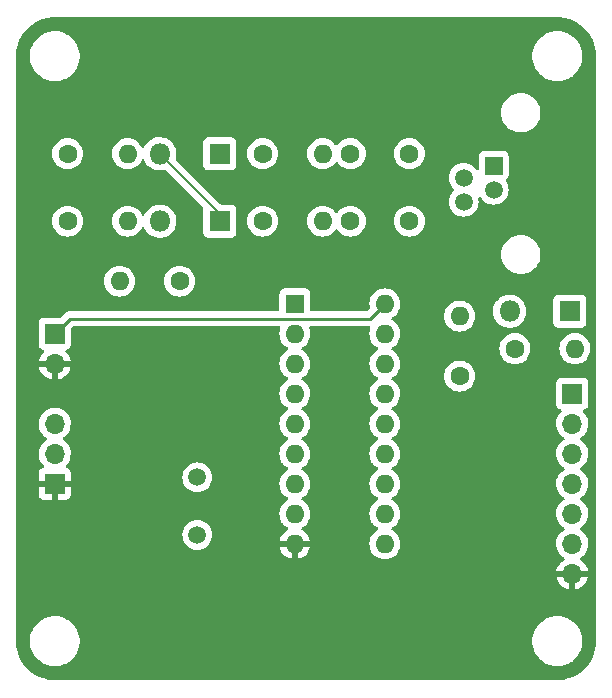
<source format=gbl>
%TF.GenerationSoftware,KiCad,Pcbnew,(6.0.0)*%
%TF.CreationDate,2022-03-13T18:40:28-04:00*%
%TF.ProjectId,board for mt8870,626f6172-6420-4666-9f72-206d74383837,rev?*%
%TF.SameCoordinates,Original*%
%TF.FileFunction,Copper,L2,Bot*%
%TF.FilePolarity,Positive*%
%FSLAX46Y46*%
G04 Gerber Fmt 4.6, Leading zero omitted, Abs format (unit mm)*
G04 Created by KiCad (PCBNEW (6.0.0)) date 2022-03-13 18:40:28*
%MOMM*%
%LPD*%
G01*
G04 APERTURE LIST*
%TA.AperFunction,ComponentPad*%
%ADD10C,1.500000*%
%TD*%
%TA.AperFunction,ComponentPad*%
%ADD11R,1.600000X1.600000*%
%TD*%
%TA.AperFunction,ComponentPad*%
%ADD12O,1.600000X1.600000*%
%TD*%
%TA.AperFunction,ComponentPad*%
%ADD13R,1.700000X1.700000*%
%TD*%
%TA.AperFunction,ComponentPad*%
%ADD14O,1.700000X1.700000*%
%TD*%
%TA.AperFunction,ComponentPad*%
%ADD15C,1.600000*%
%TD*%
%TA.AperFunction,ComponentPad*%
%ADD16R,1.500000X1.500000*%
%TD*%
%TA.AperFunction,ComponentPad*%
%ADD17R,1.800000X1.800000*%
%TD*%
%TA.AperFunction,ComponentPad*%
%ADD18O,1.800000X1.800000*%
%TD*%
%TA.AperFunction,Conductor*%
%ADD19C,0.250000*%
%TD*%
%TA.AperFunction,Conductor*%
%ADD20C,0.200000*%
%TD*%
G04 APERTURE END LIST*
D10*
%TO.P,X1,1,1*%
%TO.N,Net-(IC1-Pad7)*%
X97155000Y-71845000D03*
%TO.P,X1,2,2*%
%TO.N,Net-(IC1-Pad8)*%
X97155000Y-76725000D03*
%TD*%
D11*
%TO.P,IC1,1,IN+*%
%TO.N,/IN+*%
X105420000Y-57160000D03*
D12*
%TO.P,IC1,2,IN-*%
%TO.N,/IN-*%
X105420000Y-59700000D03*
%TO.P,IC1,3,GS*%
%TO.N,/GS*%
X105420000Y-62240000D03*
%TO.P,IC1,4,VREF*%
%TO.N,/Vref*%
X105420000Y-64780000D03*
%TO.P,IC1,5,INH*%
%TO.N,Net-(IC1-Pad5)*%
X105420000Y-67320000D03*
%TO.P,IC1,6,PWDN*%
%TO.N,Net-(IC1-Pad6)*%
X105420000Y-69860000D03*
%TO.P,IC1,7,OSC1*%
%TO.N,Net-(IC1-Pad7)*%
X105420000Y-72400000D03*
%TO.P,IC1,8,OSC2*%
%TO.N,Net-(IC1-Pad8)*%
X105420000Y-74940000D03*
%TO.P,IC1,9,VSS*%
%TO.N,GND*%
X105420000Y-77480000D03*
%TO.P,IC1,10,TOE*%
%TO.N,Net-(IC1-Pad10)*%
X113040000Y-77480000D03*
%TO.P,IC1,11,Q1*%
%TO.N,Net-(IC1-Pad11)*%
X113040000Y-74940000D03*
%TO.P,IC1,12,Q2*%
%TO.N,Net-(IC1-Pad12)*%
X113040000Y-72400000D03*
%TO.P,IC1,13,Q3*%
%TO.N,Net-(IC1-Pad13)*%
X113040000Y-69860000D03*
%TO.P,IC1,14,Q4*%
%TO.N,Net-(IC1-Pad14)*%
X113040000Y-67320000D03*
%TO.P,IC1,15,STD*%
%TO.N,Net-(IC1-Pad15)*%
X113040000Y-64780000D03*
%TO.P,IC1,16,EST*%
%TO.N,/ESt*%
X113040000Y-62240000D03*
%TO.P,IC1,17,ST/GT*%
%TO.N,/St{slash}GT*%
X113040000Y-59700000D03*
%TO.P,IC1,18,VDD*%
%TO.N,+5V*%
X113040000Y-57160000D03*
%TD*%
D13*
%TO.P,J3,1,Pin_1*%
%TO.N,Net-(IC1-Pad15)*%
X128905000Y-64765000D03*
D14*
%TO.P,J3,2,Pin_2*%
%TO.N,Net-(IC1-Pad14)*%
X128905000Y-67305000D03*
%TO.P,J3,3,Pin_3*%
%TO.N,Net-(IC1-Pad13)*%
X128905000Y-69845000D03*
%TO.P,J3,4,Pin_4*%
%TO.N,Net-(IC1-Pad12)*%
X128905000Y-72385000D03*
%TO.P,J3,5,Pin_5*%
%TO.N,Net-(IC1-Pad11)*%
X128905000Y-74925000D03*
%TO.P,J3,6,Pin_6*%
%TO.N,Net-(IC1-Pad10)*%
X128905000Y-77465000D03*
%TO.P,J3,7,Pin_7*%
%TO.N,GND*%
X128905000Y-80005000D03*
%TD*%
D15*
%TO.P,R5,1*%
%TO.N,/IN-*%
X95660000Y-55245000D03*
D12*
%TO.P,R5,2*%
%TO.N,/GS*%
X90580000Y-55245000D03*
%TD*%
D15*
%TO.P,R3,1*%
%TO.N,/Vref*%
X86175000Y-44450000D03*
D12*
%TO.P,R3,2*%
%TO.N,/IN+*%
X91255000Y-44450000D03*
%TD*%
D15*
%TO.P,C2,1*%
%TO.N,Net-(R4-Pad2)*%
X110120000Y-44450000D03*
%TO.P,C2,2*%
%TO.N,Net-(C2-Pad2)*%
X115120000Y-44450000D03*
%TD*%
%TO.P,R4,1*%
%TO.N,/IN-*%
X102685000Y-44450000D03*
D12*
%TO.P,R4,2*%
%TO.N,Net-(R4-Pad2)*%
X107765000Y-44450000D03*
%TD*%
D16*
%TO.P,J2,1*%
%TO.N,unconnected-(J2-Pad1)*%
X122250000Y-45460000D03*
D10*
%TO.P,J2,2*%
%TO.N,Net-(C2-Pad2)*%
X119710000Y-46480000D03*
%TO.P,J2,3*%
%TO.N,Net-(C1-Pad2)*%
X122250000Y-47500000D03*
%TO.P,J2,4*%
%TO.N,unconnected-(J2-Pad4)*%
X119710000Y-48520000D03*
%TD*%
D15*
%TO.P,R1,1*%
%TO.N,/IN+*%
X102685000Y-50165000D03*
D12*
%TO.P,R1,2*%
%TO.N,Net-(R1-Pad2)*%
X107765000Y-50165000D03*
%TD*%
D17*
%TO.P,D3,1,K*%
%TO.N,Net-(D3-Pad1)*%
X128680000Y-57785000D03*
D18*
%TO.P,D3,2,A*%
%TO.N,/St{slash}GT*%
X123600000Y-57785000D03*
%TD*%
D17*
%TO.P,D1,1,K*%
%TO.N,/IN+*%
X99060000Y-50165000D03*
D18*
%TO.P,D1,2,A*%
%TO.N,/IN-*%
X93980000Y-50165000D03*
%TD*%
D13*
%TO.P,J4,1,Pin_1*%
%TO.N,+5V*%
X85090000Y-59690000D03*
D14*
%TO.P,J4,2,Pin_2*%
%TO.N,GND*%
X85090000Y-62230000D03*
%TD*%
D13*
%TO.P,J1,1,Pin_1*%
%TO.N,GND*%
X85090000Y-72390000D03*
D14*
%TO.P,J1,2,Pin_2*%
%TO.N,Net-(IC1-Pad6)*%
X85090000Y-69850000D03*
%TO.P,J1,3,Pin_3*%
%TO.N,Net-(IC1-Pad5)*%
X85090000Y-67310000D03*
%TD*%
D15*
%TO.P,R6,1*%
%TO.N,/ESt*%
X124050000Y-60960000D03*
D12*
%TO.P,R6,2*%
%TO.N,Net-(D3-Pad1)*%
X129130000Y-60960000D03*
%TD*%
D17*
%TO.P,D2,1,K*%
%TO.N,/IN-*%
X99060000Y-44450000D03*
D18*
%TO.P,D2,2,A*%
%TO.N,/IN+*%
X93980000Y-44450000D03*
%TD*%
D15*
%TO.P,R7,1*%
%TO.N,/ESt*%
X119380000Y-63275000D03*
D12*
%TO.P,R7,2*%
%TO.N,/St{slash}GT*%
X119380000Y-58195000D03*
%TD*%
D15*
%TO.P,R2,1*%
%TO.N,/Vref*%
X86175000Y-50165000D03*
D12*
%TO.P,R2,2*%
%TO.N,/IN-*%
X91255000Y-50165000D03*
%TD*%
D15*
%TO.P,C1,1*%
%TO.N,Net-(R1-Pad2)*%
X110120000Y-50165000D03*
%TO.P,C1,2*%
%TO.N,Net-(C1-Pad2)*%
X115120000Y-50165000D03*
%TD*%
D19*
%TO.N,+5V*%
X111780000Y-58420000D02*
X86360000Y-58420000D01*
X86360000Y-58420000D02*
X85090000Y-59690000D01*
X113040000Y-57160000D02*
X111780000Y-58420000D01*
D20*
%TO.N,/IN+*%
X99060000Y-50165000D02*
X99060000Y-49530000D01*
X99060000Y-49530000D02*
X93980000Y-44450000D01*
%TD*%
%TA.AperFunction,Conductor*%
%TO.N,GND*%
G36*
X127605057Y-32894500D02*
G01*
X127619858Y-32896805D01*
X127619861Y-32896805D01*
X127628730Y-32898186D01*
X127647411Y-32895743D01*
X127670342Y-32894852D01*
X127973557Y-32910743D01*
X127986665Y-32912120D01*
X128226285Y-32950072D01*
X128315002Y-32964123D01*
X128327902Y-32966865D01*
X128649000Y-33052903D01*
X128661536Y-33056977D01*
X128934358Y-33161703D01*
X128971876Y-33176105D01*
X128983924Y-33181469D01*
X129280120Y-33332388D01*
X129291536Y-33338979D01*
X129570334Y-33520033D01*
X129580996Y-33527779D01*
X129839344Y-33736984D01*
X129849145Y-33745810D01*
X130084190Y-33980855D01*
X130093015Y-33990655D01*
X130235787Y-34166964D01*
X130302221Y-34249004D01*
X130309967Y-34259666D01*
X130491018Y-34538459D01*
X130497612Y-34549880D01*
X130648531Y-34846076D01*
X130653895Y-34858124D01*
X130773021Y-35168456D01*
X130777097Y-35181000D01*
X130863135Y-35502098D01*
X130865877Y-35514998D01*
X130906760Y-35773124D01*
X130917879Y-35843329D01*
X130919257Y-35856443D01*
X130929823Y-36058049D01*
X130934764Y-36152330D01*
X130933436Y-36178312D01*
X130933195Y-36179856D01*
X130933195Y-36179860D01*
X130931814Y-36188730D01*
X130932978Y-36197632D01*
X130932978Y-36197635D01*
X130935936Y-36220251D01*
X130937000Y-36236589D01*
X130937000Y-85675672D01*
X130935500Y-85695056D01*
X130931814Y-85718730D01*
X130934257Y-85737410D01*
X130935148Y-85760343D01*
X130919257Y-86063554D01*
X130917880Y-86076665D01*
X130904656Y-86160159D01*
X130865877Y-86405002D01*
X130863135Y-86417902D01*
X130777097Y-86739000D01*
X130773021Y-86751544D01*
X130653895Y-87061876D01*
X130648531Y-87073924D01*
X130497612Y-87370120D01*
X130491021Y-87381536D01*
X130309967Y-87660334D01*
X130302224Y-87670992D01*
X130093016Y-87929344D01*
X130084190Y-87939145D01*
X129849145Y-88174190D01*
X129839344Y-88183016D01*
X129580996Y-88392221D01*
X129570334Y-88399967D01*
X129291536Y-88581021D01*
X129280120Y-88587612D01*
X128983924Y-88738531D01*
X128971875Y-88743895D01*
X128661536Y-88863023D01*
X128649000Y-88867097D01*
X128327902Y-88953135D01*
X128315002Y-88955877D01*
X128226285Y-88969928D01*
X127986665Y-89007880D01*
X127973557Y-89009257D01*
X127677666Y-89024764D01*
X127651688Y-89023436D01*
X127650144Y-89023195D01*
X127650140Y-89023195D01*
X127641270Y-89021814D01*
X127632368Y-89022978D01*
X127632365Y-89022978D01*
X127609749Y-89025936D01*
X127593411Y-89027000D01*
X85139328Y-89027000D01*
X85119943Y-89025500D01*
X85105142Y-89023195D01*
X85105139Y-89023195D01*
X85096270Y-89021814D01*
X85077589Y-89024257D01*
X85054658Y-89025148D01*
X84751443Y-89009257D01*
X84738335Y-89007880D01*
X84498715Y-88969928D01*
X84409998Y-88955877D01*
X84397098Y-88953135D01*
X84076000Y-88867097D01*
X84063464Y-88863023D01*
X83753125Y-88743895D01*
X83741076Y-88738531D01*
X83444880Y-88587612D01*
X83433464Y-88581021D01*
X83154666Y-88399967D01*
X83144004Y-88392221D01*
X82885656Y-88183016D01*
X82875855Y-88174190D01*
X82640810Y-87939145D01*
X82631984Y-87929344D01*
X82422776Y-87670992D01*
X82415033Y-87660334D01*
X82233979Y-87381536D01*
X82227388Y-87370120D01*
X82076469Y-87073924D01*
X82071105Y-87061876D01*
X81951979Y-86751544D01*
X81947903Y-86739000D01*
X81861865Y-86417902D01*
X81859123Y-86405002D01*
X81820344Y-86160159D01*
X81807120Y-86076665D01*
X81805743Y-86063554D01*
X81795887Y-85875488D01*
X81794955Y-85857703D01*
X82980743Y-85857703D01*
X83018268Y-86142734D01*
X83094129Y-86420036D01*
X83095813Y-86423984D01*
X83136460Y-86519278D01*
X83206923Y-86684476D01*
X83354561Y-86931161D01*
X83534313Y-87155528D01*
X83742851Y-87353423D01*
X83976317Y-87521186D01*
X83980112Y-87523195D01*
X83980113Y-87523196D01*
X84001869Y-87534715D01*
X84230392Y-87655712D01*
X84500373Y-87754511D01*
X84781264Y-87815755D01*
X84809841Y-87818004D01*
X85004282Y-87833307D01*
X85004291Y-87833307D01*
X85006739Y-87833500D01*
X85162271Y-87833500D01*
X85164407Y-87833354D01*
X85164418Y-87833354D01*
X85372548Y-87819165D01*
X85372554Y-87819164D01*
X85376825Y-87818873D01*
X85381020Y-87818004D01*
X85381022Y-87818004D01*
X85517584Y-87789723D01*
X85658342Y-87760574D01*
X85929343Y-87664607D01*
X86184812Y-87532750D01*
X86188313Y-87530289D01*
X86188317Y-87530287D01*
X86302417Y-87450096D01*
X86420023Y-87367441D01*
X86630622Y-87171740D01*
X86812713Y-86949268D01*
X86962927Y-86704142D01*
X87078483Y-86440898D01*
X87157244Y-86164406D01*
X87197751Y-85879784D01*
X87197845Y-85861951D01*
X87197867Y-85857703D01*
X125525743Y-85857703D01*
X125563268Y-86142734D01*
X125639129Y-86420036D01*
X125640813Y-86423984D01*
X125681460Y-86519278D01*
X125751923Y-86684476D01*
X125899561Y-86931161D01*
X126079313Y-87155528D01*
X126287851Y-87353423D01*
X126521317Y-87521186D01*
X126525112Y-87523195D01*
X126525113Y-87523196D01*
X126546869Y-87534715D01*
X126775392Y-87655712D01*
X127045373Y-87754511D01*
X127326264Y-87815755D01*
X127354841Y-87818004D01*
X127549282Y-87833307D01*
X127549291Y-87833307D01*
X127551739Y-87833500D01*
X127707271Y-87833500D01*
X127709407Y-87833354D01*
X127709418Y-87833354D01*
X127917548Y-87819165D01*
X127917554Y-87819164D01*
X127921825Y-87818873D01*
X127926020Y-87818004D01*
X127926022Y-87818004D01*
X128062584Y-87789723D01*
X128203342Y-87760574D01*
X128474343Y-87664607D01*
X128729812Y-87532750D01*
X128733313Y-87530289D01*
X128733317Y-87530287D01*
X128847417Y-87450096D01*
X128965023Y-87367441D01*
X129175622Y-87171740D01*
X129357713Y-86949268D01*
X129507927Y-86704142D01*
X129623483Y-86440898D01*
X129702244Y-86164406D01*
X129742751Y-85879784D01*
X129742845Y-85861951D01*
X129744235Y-85596583D01*
X129744235Y-85596576D01*
X129744257Y-85592297D01*
X129706732Y-85307266D01*
X129630871Y-85029964D01*
X129518077Y-84765524D01*
X129370439Y-84518839D01*
X129190687Y-84294472D01*
X128982149Y-84096577D01*
X128748683Y-83928814D01*
X128726843Y-83917250D01*
X128703654Y-83904972D01*
X128494608Y-83794288D01*
X128224627Y-83695489D01*
X127943736Y-83634245D01*
X127912685Y-83631801D01*
X127720718Y-83616693D01*
X127720709Y-83616693D01*
X127718261Y-83616500D01*
X127562729Y-83616500D01*
X127560593Y-83616646D01*
X127560582Y-83616646D01*
X127352452Y-83630835D01*
X127352446Y-83630836D01*
X127348175Y-83631127D01*
X127343980Y-83631996D01*
X127343978Y-83631996D01*
X127207416Y-83660277D01*
X127066658Y-83689426D01*
X126795657Y-83785393D01*
X126540188Y-83917250D01*
X126536687Y-83919711D01*
X126536683Y-83919713D01*
X126526594Y-83926804D01*
X126304977Y-84082559D01*
X126094378Y-84278260D01*
X125912287Y-84500732D01*
X125762073Y-84745858D01*
X125646517Y-85009102D01*
X125567756Y-85285594D01*
X125527249Y-85570216D01*
X125527227Y-85574505D01*
X125527226Y-85574512D01*
X125525765Y-85853417D01*
X125525743Y-85857703D01*
X87197867Y-85857703D01*
X87199235Y-85596583D01*
X87199235Y-85596576D01*
X87199257Y-85592297D01*
X87161732Y-85307266D01*
X87085871Y-85029964D01*
X86973077Y-84765524D01*
X86825439Y-84518839D01*
X86645687Y-84294472D01*
X86437149Y-84096577D01*
X86203683Y-83928814D01*
X86181843Y-83917250D01*
X86158654Y-83904972D01*
X85949608Y-83794288D01*
X85679627Y-83695489D01*
X85398736Y-83634245D01*
X85367685Y-83631801D01*
X85175718Y-83616693D01*
X85175709Y-83616693D01*
X85173261Y-83616500D01*
X85017729Y-83616500D01*
X85015593Y-83616646D01*
X85015582Y-83616646D01*
X84807452Y-83630835D01*
X84807446Y-83630836D01*
X84803175Y-83631127D01*
X84798980Y-83631996D01*
X84798978Y-83631996D01*
X84662416Y-83660277D01*
X84521658Y-83689426D01*
X84250657Y-83785393D01*
X83995188Y-83917250D01*
X83991687Y-83919711D01*
X83991683Y-83919713D01*
X83981594Y-83926804D01*
X83759977Y-84082559D01*
X83549378Y-84278260D01*
X83367287Y-84500732D01*
X83217073Y-84745858D01*
X83101517Y-85009102D01*
X83022756Y-85285594D01*
X82982249Y-85570216D01*
X82982227Y-85574505D01*
X82982226Y-85574512D01*
X82980765Y-85853417D01*
X82980743Y-85857703D01*
X81794955Y-85857703D01*
X81790236Y-85767666D01*
X81791564Y-85741688D01*
X81791805Y-85740144D01*
X81791805Y-85740140D01*
X81793186Y-85731270D01*
X81791547Y-85718730D01*
X81789064Y-85699749D01*
X81788000Y-85683411D01*
X81788000Y-80272966D01*
X127573257Y-80272966D01*
X127603565Y-80407446D01*
X127606645Y-80417275D01*
X127686770Y-80614603D01*
X127691413Y-80623794D01*
X127802694Y-80805388D01*
X127808777Y-80813699D01*
X127948213Y-80974667D01*
X127955580Y-80981883D01*
X128119434Y-81117916D01*
X128127881Y-81123831D01*
X128311756Y-81231279D01*
X128321042Y-81235729D01*
X128520001Y-81311703D01*
X128529899Y-81314579D01*
X128633250Y-81335606D01*
X128647299Y-81334410D01*
X128651000Y-81324065D01*
X128651000Y-81323517D01*
X129159000Y-81323517D01*
X129163064Y-81337359D01*
X129176478Y-81339393D01*
X129183184Y-81338534D01*
X129193262Y-81336392D01*
X129397255Y-81275191D01*
X129406842Y-81271433D01*
X129598095Y-81177739D01*
X129606945Y-81172464D01*
X129780328Y-81048792D01*
X129788200Y-81042139D01*
X129939052Y-80891812D01*
X129945730Y-80883965D01*
X130070003Y-80711020D01*
X130075313Y-80702183D01*
X130169670Y-80511267D01*
X130173469Y-80501672D01*
X130235377Y-80297910D01*
X130237555Y-80287837D01*
X130238986Y-80276962D01*
X130236775Y-80262778D01*
X130223617Y-80259000D01*
X129177115Y-80259000D01*
X129161876Y-80263475D01*
X129160671Y-80264865D01*
X129159000Y-80272548D01*
X129159000Y-81323517D01*
X128651000Y-81323517D01*
X128651000Y-80277115D01*
X128646525Y-80261876D01*
X128645135Y-80260671D01*
X128637452Y-80259000D01*
X127588225Y-80259000D01*
X127574694Y-80262973D01*
X127573257Y-80272966D01*
X81788000Y-80272966D01*
X81788000Y-76725000D01*
X95891693Y-76725000D01*
X95910885Y-76944371D01*
X95967880Y-77157076D01*
X95970205Y-77162061D01*
X96058618Y-77351666D01*
X96058621Y-77351671D01*
X96060944Y-77356653D01*
X96064100Y-77361160D01*
X96064101Y-77361162D01*
X96181091Y-77528240D01*
X96187251Y-77537038D01*
X96342962Y-77692749D01*
X96347471Y-77695906D01*
X96347473Y-77695908D01*
X96406731Y-77737401D01*
X96523346Y-77819056D01*
X96722924Y-77912120D01*
X96935629Y-77969115D01*
X97155000Y-77988307D01*
X97374371Y-77969115D01*
X97587076Y-77912120D01*
X97786654Y-77819056D01*
X97890243Y-77746522D01*
X104137273Y-77746522D01*
X104184764Y-77923761D01*
X104188510Y-77934053D01*
X104280586Y-78131511D01*
X104286069Y-78141007D01*
X104411028Y-78319467D01*
X104418084Y-78327875D01*
X104572125Y-78481916D01*
X104580533Y-78488972D01*
X104758993Y-78613931D01*
X104768489Y-78619414D01*
X104965947Y-78711490D01*
X104976239Y-78715236D01*
X105148503Y-78761394D01*
X105162599Y-78761058D01*
X105166000Y-78753116D01*
X105166000Y-78747967D01*
X105674000Y-78747967D01*
X105677973Y-78761498D01*
X105686522Y-78762727D01*
X105863761Y-78715236D01*
X105874053Y-78711490D01*
X106071511Y-78619414D01*
X106081007Y-78613931D01*
X106259467Y-78488972D01*
X106267875Y-78481916D01*
X106421916Y-78327875D01*
X106428972Y-78319467D01*
X106553931Y-78141007D01*
X106559414Y-78131511D01*
X106651490Y-77934053D01*
X106655236Y-77923761D01*
X106701394Y-77751497D01*
X106701058Y-77737401D01*
X106693116Y-77734000D01*
X105692115Y-77734000D01*
X105676876Y-77738475D01*
X105675671Y-77739865D01*
X105674000Y-77747548D01*
X105674000Y-78747967D01*
X105166000Y-78747967D01*
X105166000Y-77752115D01*
X105161525Y-77736876D01*
X105160135Y-77735671D01*
X105152452Y-77734000D01*
X104152033Y-77734000D01*
X104138502Y-77737973D01*
X104137273Y-77746522D01*
X97890243Y-77746522D01*
X97903269Y-77737401D01*
X97962527Y-77695908D01*
X97962529Y-77695906D01*
X97967038Y-77692749D01*
X98122749Y-77537038D01*
X98128910Y-77528240D01*
X98245899Y-77361162D01*
X98245900Y-77361160D01*
X98249056Y-77356653D01*
X98251379Y-77351671D01*
X98251382Y-77351666D01*
X98339795Y-77162061D01*
X98342120Y-77157076D01*
X98399115Y-76944371D01*
X98418307Y-76725000D01*
X98399115Y-76505629D01*
X98342120Y-76292924D01*
X98292690Y-76186921D01*
X98251382Y-76098334D01*
X98251379Y-76098329D01*
X98249056Y-76093347D01*
X98245899Y-76088838D01*
X98125908Y-75917473D01*
X98125906Y-75917470D01*
X98122749Y-75912962D01*
X97967038Y-75757251D01*
X97928246Y-75730088D01*
X97887759Y-75701739D01*
X97786654Y-75630944D01*
X97587076Y-75537880D01*
X97374371Y-75480885D01*
X97155000Y-75461693D01*
X96935629Y-75480885D01*
X96722924Y-75537880D01*
X96629562Y-75581415D01*
X96528334Y-75628618D01*
X96528329Y-75628621D01*
X96523347Y-75630944D01*
X96518840Y-75634100D01*
X96518838Y-75634101D01*
X96347473Y-75754092D01*
X96347470Y-75754094D01*
X96342962Y-75757251D01*
X96187251Y-75912962D01*
X96184094Y-75917470D01*
X96184092Y-75917473D01*
X96064101Y-76088838D01*
X96060944Y-76093347D01*
X96058621Y-76098329D01*
X96058618Y-76098334D01*
X96017310Y-76186921D01*
X95967880Y-76292924D01*
X95910885Y-76505629D01*
X95891693Y-76725000D01*
X81788000Y-76725000D01*
X81788000Y-73284669D01*
X83732001Y-73284669D01*
X83732371Y-73291490D01*
X83737895Y-73342352D01*
X83741521Y-73357604D01*
X83786676Y-73478054D01*
X83795214Y-73493649D01*
X83871715Y-73595724D01*
X83884276Y-73608285D01*
X83986351Y-73684786D01*
X84001946Y-73693324D01*
X84122394Y-73738478D01*
X84137649Y-73742105D01*
X84188514Y-73747631D01*
X84195328Y-73748000D01*
X84817885Y-73748000D01*
X84833124Y-73743525D01*
X84834329Y-73742135D01*
X84836000Y-73734452D01*
X84836000Y-73729884D01*
X85344000Y-73729884D01*
X85348475Y-73745123D01*
X85349865Y-73746328D01*
X85357548Y-73747999D01*
X85984669Y-73747999D01*
X85991490Y-73747629D01*
X86042352Y-73742105D01*
X86057604Y-73738479D01*
X86178054Y-73693324D01*
X86193649Y-73684786D01*
X86295724Y-73608285D01*
X86308285Y-73595724D01*
X86384786Y-73493649D01*
X86393324Y-73478054D01*
X86438478Y-73357606D01*
X86442105Y-73342351D01*
X86447631Y-73291486D01*
X86448000Y-73284672D01*
X86448000Y-72662115D01*
X86443525Y-72646876D01*
X86442135Y-72645671D01*
X86434452Y-72644000D01*
X85362115Y-72644000D01*
X85346876Y-72648475D01*
X85345671Y-72649865D01*
X85344000Y-72657548D01*
X85344000Y-73729884D01*
X84836000Y-73729884D01*
X84836000Y-72662115D01*
X84831525Y-72646876D01*
X84830135Y-72645671D01*
X84822452Y-72644000D01*
X83750116Y-72644000D01*
X83734877Y-72648475D01*
X83733672Y-72649865D01*
X83732001Y-72657548D01*
X83732001Y-73284669D01*
X81788000Y-73284669D01*
X81788000Y-69816695D01*
X83727251Y-69816695D01*
X83727548Y-69821848D01*
X83727548Y-69821851D01*
X83732914Y-69914908D01*
X83740110Y-70039715D01*
X83741247Y-70044761D01*
X83741248Y-70044767D01*
X83762265Y-70138023D01*
X83789222Y-70257639D01*
X83873266Y-70464616D01*
X83989987Y-70655088D01*
X83993367Y-70658990D01*
X84004352Y-70671671D01*
X84136250Y-70823938D01*
X84140225Y-70827238D01*
X84140231Y-70827244D01*
X84145425Y-70831556D01*
X84185059Y-70890460D01*
X84186555Y-70961441D01*
X84149439Y-71021962D01*
X84109168Y-71046480D01*
X84001946Y-71086676D01*
X83986351Y-71095214D01*
X83884276Y-71171715D01*
X83871715Y-71184276D01*
X83795214Y-71286351D01*
X83786676Y-71301946D01*
X83741522Y-71422394D01*
X83737895Y-71437649D01*
X83732369Y-71488514D01*
X83732000Y-71495328D01*
X83732000Y-72117885D01*
X83736475Y-72133124D01*
X83737865Y-72134329D01*
X83745548Y-72136000D01*
X86429884Y-72136000D01*
X86445123Y-72131525D01*
X86446328Y-72130135D01*
X86447999Y-72122452D01*
X86447999Y-71845000D01*
X95891693Y-71845000D01*
X95910885Y-72064371D01*
X95967880Y-72277076D01*
X95970205Y-72282061D01*
X96058618Y-72471666D01*
X96058621Y-72471671D01*
X96060944Y-72476653D01*
X96064100Y-72481160D01*
X96064101Y-72481162D01*
X96179292Y-72645671D01*
X96187251Y-72657038D01*
X96342962Y-72812749D01*
X96347471Y-72815906D01*
X96347473Y-72815908D01*
X96422241Y-72868261D01*
X96523346Y-72939056D01*
X96722924Y-73032120D01*
X96935629Y-73089115D01*
X97155000Y-73108307D01*
X97374371Y-73089115D01*
X97587076Y-73032120D01*
X97786654Y-72939056D01*
X97887759Y-72868261D01*
X97962527Y-72815908D01*
X97962529Y-72815906D01*
X97967038Y-72812749D01*
X98122749Y-72657038D01*
X98130709Y-72645671D01*
X98245899Y-72481162D01*
X98245900Y-72481160D01*
X98249056Y-72476653D01*
X98251379Y-72471671D01*
X98251382Y-72471666D01*
X98339795Y-72282061D01*
X98342120Y-72277076D01*
X98399115Y-72064371D01*
X98418307Y-71845000D01*
X98399115Y-71625629D01*
X98342120Y-71412924D01*
X98270881Y-71260151D01*
X98251382Y-71218334D01*
X98251379Y-71218329D01*
X98249056Y-71213347D01*
X98242208Y-71203567D01*
X98125908Y-71037473D01*
X98125906Y-71037470D01*
X98122749Y-71032962D01*
X97967038Y-70877251D01*
X97955765Y-70869357D01*
X97878179Y-70815031D01*
X97786654Y-70750944D01*
X97587076Y-70657880D01*
X97374371Y-70600885D01*
X97155000Y-70581693D01*
X96935629Y-70600885D01*
X96722924Y-70657880D01*
X96633050Y-70699789D01*
X96528334Y-70748618D01*
X96528329Y-70748621D01*
X96523347Y-70750944D01*
X96518840Y-70754100D01*
X96518838Y-70754101D01*
X96347473Y-70874092D01*
X96347470Y-70874094D01*
X96342962Y-70877251D01*
X96187251Y-71032962D01*
X96184094Y-71037470D01*
X96184092Y-71037473D01*
X96067792Y-71203567D01*
X96060944Y-71213347D01*
X96058621Y-71218329D01*
X96058618Y-71218334D01*
X96039119Y-71260151D01*
X95967880Y-71412924D01*
X95910885Y-71625629D01*
X95891693Y-71845000D01*
X86447999Y-71845000D01*
X86447999Y-71495331D01*
X86447629Y-71488510D01*
X86442105Y-71437648D01*
X86438479Y-71422396D01*
X86393324Y-71301946D01*
X86384786Y-71286351D01*
X86308285Y-71184276D01*
X86295724Y-71171715D01*
X86193649Y-71095214D01*
X86178054Y-71086676D01*
X86067813Y-71045348D01*
X86011049Y-71002706D01*
X85986349Y-70936145D01*
X86001557Y-70866796D01*
X86023104Y-70838115D01*
X86124430Y-70737144D01*
X86124440Y-70737132D01*
X86128096Y-70733489D01*
X86185222Y-70653990D01*
X86255435Y-70556277D01*
X86258453Y-70552077D01*
X86357430Y-70351811D01*
X86422370Y-70138069D01*
X86451529Y-69916590D01*
X86452912Y-69860000D01*
X86453074Y-69853365D01*
X86453074Y-69853361D01*
X86453156Y-69850000D01*
X86434852Y-69627361D01*
X86380431Y-69410702D01*
X86291354Y-69205840D01*
X86170014Y-69018277D01*
X86019670Y-68853051D01*
X86015619Y-68849852D01*
X86015615Y-68849848D01*
X85848414Y-68717800D01*
X85848410Y-68717798D01*
X85844359Y-68714598D01*
X85803053Y-68691796D01*
X85753084Y-68641364D01*
X85738312Y-68571921D01*
X85763428Y-68505516D01*
X85790780Y-68478909D01*
X85834603Y-68447650D01*
X85969860Y-68351173D01*
X85991753Y-68329357D01*
X86124435Y-68197137D01*
X86128096Y-68193489D01*
X86185222Y-68113990D01*
X86255435Y-68016277D01*
X86258453Y-68012077D01*
X86357430Y-67811811D01*
X86422370Y-67598069D01*
X86451529Y-67376590D01*
X86452912Y-67320000D01*
X86453074Y-67313365D01*
X86453074Y-67313361D01*
X86453156Y-67310000D01*
X86434852Y-67087361D01*
X86380431Y-66870702D01*
X86291354Y-66665840D01*
X86170014Y-66478277D01*
X86019670Y-66313051D01*
X86015619Y-66309852D01*
X86015615Y-66309848D01*
X85848414Y-66177800D01*
X85848410Y-66177798D01*
X85844359Y-66174598D01*
X85835302Y-66169598D01*
X85792136Y-66145769D01*
X85648789Y-66066638D01*
X85643920Y-66064914D01*
X85643916Y-66064912D01*
X85443087Y-65993795D01*
X85443083Y-65993794D01*
X85438212Y-65992069D01*
X85433119Y-65991162D01*
X85433116Y-65991161D01*
X85223373Y-65953800D01*
X85223367Y-65953799D01*
X85218284Y-65952894D01*
X85144452Y-65951992D01*
X85000081Y-65950228D01*
X85000079Y-65950228D01*
X84994911Y-65950165D01*
X84774091Y-65983955D01*
X84561756Y-66053357D01*
X84363607Y-66156507D01*
X84359474Y-66159610D01*
X84359471Y-66159612D01*
X84242226Y-66247642D01*
X84184965Y-66290635D01*
X84030629Y-66452138D01*
X84027715Y-66456410D01*
X84027714Y-66456411D01*
X84017214Y-66471803D01*
X83904743Y-66636680D01*
X83810688Y-66839305D01*
X83750989Y-67054570D01*
X83727251Y-67276695D01*
X83727548Y-67281848D01*
X83727548Y-67281851D01*
X83732914Y-67374908D01*
X83740110Y-67499715D01*
X83741247Y-67504761D01*
X83741248Y-67504767D01*
X83762265Y-67598023D01*
X83789222Y-67717639D01*
X83873266Y-67924616D01*
X83989987Y-68115088D01*
X84136250Y-68283938D01*
X84211213Y-68346173D01*
X84298123Y-68418327D01*
X84308126Y-68426632D01*
X84355587Y-68454366D01*
X84381445Y-68469476D01*
X84430169Y-68521114D01*
X84443240Y-68590897D01*
X84416509Y-68656669D01*
X84376055Y-68690027D01*
X84363607Y-68696507D01*
X84359474Y-68699610D01*
X84359471Y-68699612D01*
X84191624Y-68825635D01*
X84184965Y-68830635D01*
X84030629Y-68992138D01*
X83904743Y-69176680D01*
X83810688Y-69379305D01*
X83750989Y-69594570D01*
X83727251Y-69816695D01*
X81788000Y-69816695D01*
X81788000Y-62497966D01*
X83758257Y-62497966D01*
X83788565Y-62632446D01*
X83791645Y-62642275D01*
X83871770Y-62839603D01*
X83876413Y-62848794D01*
X83987694Y-63030388D01*
X83993777Y-63038699D01*
X84133213Y-63199667D01*
X84140580Y-63206883D01*
X84304434Y-63342916D01*
X84312881Y-63348831D01*
X84496756Y-63456279D01*
X84506042Y-63460729D01*
X84705001Y-63536703D01*
X84714899Y-63539579D01*
X84818250Y-63560606D01*
X84832299Y-63559410D01*
X84836000Y-63549065D01*
X84836000Y-63548517D01*
X85344000Y-63548517D01*
X85348064Y-63562359D01*
X85361478Y-63564393D01*
X85368184Y-63563534D01*
X85378262Y-63561392D01*
X85582255Y-63500191D01*
X85591842Y-63496433D01*
X85783095Y-63402739D01*
X85791945Y-63397464D01*
X85965328Y-63273792D01*
X85973200Y-63267139D01*
X86124052Y-63116812D01*
X86130730Y-63108965D01*
X86255003Y-62936020D01*
X86260313Y-62927183D01*
X86354670Y-62736267D01*
X86358469Y-62726672D01*
X86420377Y-62522910D01*
X86422555Y-62512837D01*
X86423986Y-62501962D01*
X86421775Y-62487778D01*
X86408617Y-62484000D01*
X85362115Y-62484000D01*
X85346876Y-62488475D01*
X85345671Y-62489865D01*
X85344000Y-62497548D01*
X85344000Y-63548517D01*
X84836000Y-63548517D01*
X84836000Y-62502115D01*
X84831525Y-62486876D01*
X84830135Y-62485671D01*
X84822452Y-62484000D01*
X83773225Y-62484000D01*
X83759694Y-62487973D01*
X83758257Y-62497966D01*
X81788000Y-62497966D01*
X81788000Y-60588134D01*
X83731500Y-60588134D01*
X83738255Y-60650316D01*
X83789385Y-60786705D01*
X83876739Y-60903261D01*
X83993295Y-60990615D01*
X84001704Y-60993767D01*
X84001705Y-60993768D01*
X84110960Y-61034726D01*
X84167725Y-61077367D01*
X84192425Y-61143929D01*
X84177218Y-61213278D01*
X84157825Y-61239759D01*
X84034590Y-61368717D01*
X84028104Y-61376727D01*
X83908098Y-61552649D01*
X83903000Y-61561623D01*
X83813338Y-61754783D01*
X83809775Y-61764470D01*
X83754389Y-61964183D01*
X83755912Y-61972607D01*
X83768292Y-61976000D01*
X86408344Y-61976000D01*
X86421875Y-61972027D01*
X86423180Y-61962947D01*
X86381214Y-61795875D01*
X86377894Y-61786124D01*
X86292972Y-61590814D01*
X86288105Y-61581739D01*
X86172426Y-61402926D01*
X86166136Y-61394757D01*
X86022293Y-61236677D01*
X85991241Y-61172831D01*
X85999635Y-61102333D01*
X86044812Y-61047564D01*
X86071256Y-61033895D01*
X86178297Y-60993767D01*
X86186705Y-60990615D01*
X86303261Y-60903261D01*
X86390615Y-60786705D01*
X86441745Y-60650316D01*
X86448500Y-60588134D01*
X86448500Y-59279594D01*
X86468502Y-59211473D01*
X86485405Y-59190499D01*
X86585499Y-59090405D01*
X86647811Y-59056379D01*
X86674594Y-59053500D01*
X104079918Y-59053500D01*
X104148039Y-59073502D01*
X104194532Y-59127158D01*
X104204636Y-59197432D01*
X104194113Y-59232749D01*
X104185716Y-59250757D01*
X104184294Y-59256065D01*
X104184293Y-59256067D01*
X104163807Y-59332523D01*
X104126457Y-59471913D01*
X104106502Y-59700000D01*
X104126457Y-59928087D01*
X104127881Y-59933400D01*
X104127881Y-59933402D01*
X104134392Y-59957699D01*
X104185716Y-60149243D01*
X104188039Y-60154224D01*
X104188039Y-60154225D01*
X104280151Y-60351762D01*
X104280154Y-60351767D01*
X104282477Y-60356749D01*
X104413802Y-60544300D01*
X104575700Y-60706198D01*
X104580208Y-60709355D01*
X104580211Y-60709357D01*
X104620251Y-60737393D01*
X104763251Y-60837523D01*
X104768233Y-60839846D01*
X104768238Y-60839849D01*
X104802457Y-60855805D01*
X104855742Y-60902722D01*
X104875203Y-60970999D01*
X104854661Y-61038959D01*
X104802457Y-61084195D01*
X104768238Y-61100151D01*
X104768233Y-61100154D01*
X104763251Y-61102477D01*
X104704052Y-61143929D01*
X104580211Y-61230643D01*
X104580208Y-61230645D01*
X104575700Y-61233802D01*
X104413802Y-61395700D01*
X104410645Y-61400208D01*
X104410643Y-61400211D01*
X104355902Y-61478389D01*
X104282477Y-61583251D01*
X104280154Y-61588233D01*
X104280151Y-61588238D01*
X104202491Y-61754783D01*
X104185716Y-61790757D01*
X104184294Y-61796065D01*
X104184293Y-61796067D01*
X104139577Y-61962947D01*
X104126457Y-62011913D01*
X104106502Y-62240000D01*
X104126457Y-62468087D01*
X104127881Y-62473400D01*
X104127881Y-62473402D01*
X104166694Y-62618251D01*
X104185716Y-62689243D01*
X104188039Y-62694224D01*
X104188039Y-62694225D01*
X104280151Y-62891762D01*
X104280154Y-62891767D01*
X104282477Y-62896749D01*
X104309975Y-62936020D01*
X104383902Y-63041598D01*
X104413802Y-63084300D01*
X104575700Y-63246198D01*
X104580208Y-63249355D01*
X104580211Y-63249357D01*
X104609014Y-63269525D01*
X104763251Y-63377523D01*
X104768233Y-63379846D01*
X104768238Y-63379849D01*
X104802457Y-63395805D01*
X104855742Y-63442722D01*
X104875203Y-63510999D01*
X104854661Y-63578959D01*
X104802457Y-63624195D01*
X104768238Y-63640151D01*
X104768233Y-63640154D01*
X104763251Y-63642477D01*
X104658389Y-63715902D01*
X104580211Y-63770643D01*
X104580208Y-63770645D01*
X104575700Y-63773802D01*
X104413802Y-63935700D01*
X104282477Y-64123251D01*
X104280154Y-64128233D01*
X104280151Y-64128238D01*
X104188039Y-64325775D01*
X104185716Y-64330757D01*
X104184294Y-64336065D01*
X104184293Y-64336067D01*
X104163807Y-64412523D01*
X104126457Y-64551913D01*
X104106502Y-64780000D01*
X104126457Y-65008087D01*
X104185716Y-65229243D01*
X104188039Y-65234224D01*
X104188039Y-65234225D01*
X104280151Y-65431762D01*
X104280154Y-65431767D01*
X104282477Y-65436749D01*
X104413802Y-65624300D01*
X104575700Y-65786198D01*
X104580208Y-65789355D01*
X104580211Y-65789357D01*
X104658389Y-65844098D01*
X104763251Y-65917523D01*
X104768233Y-65919846D01*
X104768238Y-65919849D01*
X104802457Y-65935805D01*
X104855742Y-65982722D01*
X104875203Y-66050999D01*
X104854661Y-66118959D01*
X104802457Y-66164195D01*
X104768238Y-66180151D01*
X104768233Y-66180154D01*
X104763251Y-66182477D01*
X104711465Y-66218738D01*
X104580211Y-66310643D01*
X104580208Y-66310645D01*
X104575700Y-66313802D01*
X104413802Y-66475700D01*
X104410645Y-66480208D01*
X104410643Y-66480211D01*
X104355902Y-66558389D01*
X104282477Y-66663251D01*
X104280154Y-66668233D01*
X104280151Y-66668238D01*
X104200386Y-66839297D01*
X104185716Y-66870757D01*
X104184294Y-66876065D01*
X104184293Y-66876067D01*
X104129016Y-67082361D01*
X104126457Y-67091913D01*
X104106502Y-67320000D01*
X104126457Y-67548087D01*
X104127881Y-67553400D01*
X104127881Y-67553402D01*
X104171889Y-67717639D01*
X104185716Y-67769243D01*
X104188039Y-67774224D01*
X104188039Y-67774225D01*
X104280151Y-67971762D01*
X104280154Y-67971767D01*
X104282477Y-67976749D01*
X104285634Y-67981257D01*
X104382076Y-68118990D01*
X104413802Y-68164300D01*
X104575700Y-68326198D01*
X104580208Y-68329355D01*
X104580211Y-68329357D01*
X104611368Y-68351173D01*
X104763251Y-68457523D01*
X104768233Y-68459846D01*
X104768238Y-68459849D01*
X104802457Y-68475805D01*
X104855742Y-68522722D01*
X104875203Y-68590999D01*
X104854661Y-68658959D01*
X104802457Y-68704195D01*
X104768238Y-68720151D01*
X104768233Y-68720154D01*
X104763251Y-68722477D01*
X104658389Y-68795902D01*
X104580211Y-68850643D01*
X104580208Y-68850645D01*
X104575700Y-68853802D01*
X104413802Y-69015700D01*
X104410645Y-69020208D01*
X104410643Y-69020211D01*
X104355902Y-69098389D01*
X104282477Y-69203251D01*
X104280154Y-69208233D01*
X104280151Y-69208238D01*
X104200386Y-69379297D01*
X104185716Y-69410757D01*
X104184294Y-69416065D01*
X104184293Y-69416067D01*
X104129016Y-69622361D01*
X104126457Y-69631913D01*
X104106502Y-69860000D01*
X104126457Y-70088087D01*
X104127881Y-70093400D01*
X104127881Y-70093402D01*
X104171889Y-70257639D01*
X104185716Y-70309243D01*
X104188039Y-70314224D01*
X104188039Y-70314225D01*
X104280151Y-70511762D01*
X104280154Y-70511767D01*
X104282477Y-70516749D01*
X104341390Y-70600885D01*
X104382076Y-70658990D01*
X104413802Y-70704300D01*
X104575700Y-70866198D01*
X104580208Y-70869355D01*
X104580211Y-70869357D01*
X104611368Y-70891173D01*
X104763251Y-70997523D01*
X104768233Y-70999846D01*
X104768238Y-70999849D01*
X104802457Y-71015805D01*
X104855742Y-71062722D01*
X104875203Y-71130999D01*
X104854661Y-71198959D01*
X104802457Y-71244195D01*
X104768238Y-71260151D01*
X104768233Y-71260154D01*
X104763251Y-71262477D01*
X104706884Y-71301946D01*
X104580211Y-71390643D01*
X104580208Y-71390645D01*
X104575700Y-71393802D01*
X104413802Y-71555700D01*
X104282477Y-71743251D01*
X104280154Y-71748233D01*
X104280151Y-71748238D01*
X104237584Y-71839525D01*
X104185716Y-71950757D01*
X104184294Y-71956065D01*
X104184293Y-71956067D01*
X104136528Y-72134329D01*
X104126457Y-72171913D01*
X104106502Y-72400000D01*
X104126457Y-72628087D01*
X104127881Y-72633400D01*
X104127881Y-72633402D01*
X104169198Y-72787596D01*
X104185716Y-72849243D01*
X104188039Y-72854224D01*
X104188039Y-72854225D01*
X104280151Y-73051762D01*
X104280154Y-73051767D01*
X104282477Y-73056749D01*
X104413802Y-73244300D01*
X104575700Y-73406198D01*
X104580208Y-73409355D01*
X104580211Y-73409357D01*
X104658389Y-73464098D01*
X104763251Y-73537523D01*
X104768233Y-73539846D01*
X104768238Y-73539849D01*
X104802457Y-73555805D01*
X104855742Y-73602722D01*
X104875203Y-73670999D01*
X104854661Y-73738959D01*
X104802457Y-73784195D01*
X104768238Y-73800151D01*
X104768233Y-73800154D01*
X104763251Y-73802477D01*
X104658389Y-73875902D01*
X104580211Y-73930643D01*
X104580208Y-73930645D01*
X104575700Y-73933802D01*
X104413802Y-74095700D01*
X104282477Y-74283251D01*
X104280154Y-74288233D01*
X104280151Y-74288238D01*
X104204903Y-74449610D01*
X104185716Y-74490757D01*
X104126457Y-74711913D01*
X104106502Y-74940000D01*
X104126457Y-75168087D01*
X104127881Y-75173400D01*
X104127881Y-75173402D01*
X104169198Y-75327596D01*
X104185716Y-75389243D01*
X104188039Y-75394224D01*
X104188039Y-75394225D01*
X104280151Y-75591762D01*
X104280154Y-75591767D01*
X104282477Y-75596749D01*
X104355902Y-75701611D01*
X104397591Y-75761148D01*
X104413802Y-75784300D01*
X104575700Y-75946198D01*
X104580208Y-75949355D01*
X104580211Y-75949357D01*
X104658389Y-76004098D01*
X104763251Y-76077523D01*
X104768233Y-76079846D01*
X104768238Y-76079849D01*
X104803049Y-76096081D01*
X104856334Y-76142998D01*
X104875795Y-76211275D01*
X104855253Y-76279235D01*
X104803049Y-76324471D01*
X104768489Y-76340586D01*
X104758993Y-76346069D01*
X104580533Y-76471028D01*
X104572125Y-76478084D01*
X104418084Y-76632125D01*
X104411028Y-76640533D01*
X104286069Y-76818993D01*
X104280586Y-76828489D01*
X104188510Y-77025947D01*
X104184764Y-77036239D01*
X104138606Y-77208503D01*
X104138942Y-77222599D01*
X104146884Y-77226000D01*
X106687967Y-77226000D01*
X106701498Y-77222027D01*
X106702727Y-77213478D01*
X106655236Y-77036239D01*
X106651490Y-77025947D01*
X106559414Y-76828489D01*
X106553931Y-76818993D01*
X106428972Y-76640533D01*
X106421916Y-76632125D01*
X106267875Y-76478084D01*
X106259467Y-76471028D01*
X106081007Y-76346069D01*
X106071511Y-76340586D01*
X106036951Y-76324471D01*
X105983666Y-76277554D01*
X105964205Y-76209277D01*
X105984747Y-76141317D01*
X106036951Y-76096081D01*
X106071762Y-76079849D01*
X106071767Y-76079846D01*
X106076749Y-76077523D01*
X106181611Y-76004098D01*
X106259789Y-75949357D01*
X106259792Y-75949355D01*
X106264300Y-75946198D01*
X106426198Y-75784300D01*
X106442410Y-75761148D01*
X106484098Y-75701611D01*
X106557523Y-75596749D01*
X106559846Y-75591767D01*
X106559849Y-75591762D01*
X106651961Y-75394225D01*
X106651961Y-75394224D01*
X106654284Y-75389243D01*
X106670803Y-75327596D01*
X106712119Y-75173402D01*
X106712119Y-75173400D01*
X106713543Y-75168087D01*
X106733498Y-74940000D01*
X106713543Y-74711913D01*
X106654284Y-74490757D01*
X106635097Y-74449610D01*
X106559849Y-74288238D01*
X106559846Y-74288233D01*
X106557523Y-74283251D01*
X106426198Y-74095700D01*
X106264300Y-73933802D01*
X106259792Y-73930645D01*
X106259789Y-73930643D01*
X106181611Y-73875902D01*
X106076749Y-73802477D01*
X106071767Y-73800154D01*
X106071762Y-73800151D01*
X106037543Y-73784195D01*
X105984258Y-73737278D01*
X105964797Y-73669001D01*
X105985339Y-73601041D01*
X106037543Y-73555805D01*
X106071762Y-73539849D01*
X106071767Y-73539846D01*
X106076749Y-73537523D01*
X106181611Y-73464098D01*
X106259789Y-73409357D01*
X106259792Y-73409355D01*
X106264300Y-73406198D01*
X106426198Y-73244300D01*
X106557523Y-73056749D01*
X106559846Y-73051767D01*
X106559849Y-73051762D01*
X106651961Y-72854225D01*
X106651961Y-72854224D01*
X106654284Y-72849243D01*
X106670803Y-72787596D01*
X106712119Y-72633402D01*
X106712119Y-72633400D01*
X106713543Y-72628087D01*
X106733498Y-72400000D01*
X106713543Y-72171913D01*
X106703472Y-72134329D01*
X106655707Y-71956067D01*
X106655706Y-71956065D01*
X106654284Y-71950757D01*
X106602416Y-71839525D01*
X106559849Y-71748238D01*
X106559846Y-71748233D01*
X106557523Y-71743251D01*
X106426198Y-71555700D01*
X106264300Y-71393802D01*
X106259792Y-71390645D01*
X106259789Y-71390643D01*
X106133116Y-71301946D01*
X106076749Y-71262477D01*
X106071767Y-71260154D01*
X106071762Y-71260151D01*
X106037543Y-71244195D01*
X105984258Y-71197278D01*
X105964797Y-71129001D01*
X105985339Y-71061041D01*
X106037543Y-71015805D01*
X106071762Y-70999849D01*
X106071767Y-70999846D01*
X106076749Y-70997523D01*
X106228632Y-70891173D01*
X106259789Y-70869357D01*
X106259792Y-70869355D01*
X106264300Y-70866198D01*
X106426198Y-70704300D01*
X106457925Y-70658990D01*
X106498610Y-70600885D01*
X106557523Y-70516749D01*
X106559846Y-70511767D01*
X106559849Y-70511762D01*
X106651961Y-70314225D01*
X106651961Y-70314224D01*
X106654284Y-70309243D01*
X106668112Y-70257639D01*
X106712119Y-70093402D01*
X106712119Y-70093400D01*
X106713543Y-70088087D01*
X106733498Y-69860000D01*
X106713543Y-69631913D01*
X106710984Y-69622361D01*
X106655707Y-69416067D01*
X106655706Y-69416065D01*
X106654284Y-69410757D01*
X106639614Y-69379297D01*
X106559849Y-69208238D01*
X106559846Y-69208233D01*
X106557523Y-69203251D01*
X106484098Y-69098389D01*
X106429357Y-69020211D01*
X106429355Y-69020208D01*
X106426198Y-69015700D01*
X106264300Y-68853802D01*
X106259792Y-68850645D01*
X106259789Y-68850643D01*
X106181611Y-68795902D01*
X106076749Y-68722477D01*
X106071767Y-68720154D01*
X106071762Y-68720151D01*
X106037543Y-68704195D01*
X105984258Y-68657278D01*
X105964797Y-68589001D01*
X105985339Y-68521041D01*
X106037543Y-68475805D01*
X106071762Y-68459849D01*
X106071767Y-68459846D01*
X106076749Y-68457523D01*
X106228632Y-68351173D01*
X106259789Y-68329357D01*
X106259792Y-68329355D01*
X106264300Y-68326198D01*
X106426198Y-68164300D01*
X106457925Y-68118990D01*
X106554366Y-67981257D01*
X106557523Y-67976749D01*
X106559846Y-67971767D01*
X106559849Y-67971762D01*
X106651961Y-67774225D01*
X106651961Y-67774224D01*
X106654284Y-67769243D01*
X106668112Y-67717639D01*
X106712119Y-67553402D01*
X106712119Y-67553400D01*
X106713543Y-67548087D01*
X106733498Y-67320000D01*
X106713543Y-67091913D01*
X106710984Y-67082361D01*
X106655707Y-66876067D01*
X106655706Y-66876065D01*
X106654284Y-66870757D01*
X106639614Y-66839297D01*
X106559849Y-66668238D01*
X106559846Y-66668233D01*
X106557523Y-66663251D01*
X106484098Y-66558389D01*
X106429357Y-66480211D01*
X106429355Y-66480208D01*
X106426198Y-66475700D01*
X106264300Y-66313802D01*
X106259792Y-66310645D01*
X106259789Y-66310643D01*
X106128535Y-66218738D01*
X106076749Y-66182477D01*
X106071767Y-66180154D01*
X106071762Y-66180151D01*
X106037543Y-66164195D01*
X105984258Y-66117278D01*
X105964797Y-66049001D01*
X105985339Y-65981041D01*
X106037543Y-65935805D01*
X106071762Y-65919849D01*
X106071767Y-65919846D01*
X106076749Y-65917523D01*
X106181611Y-65844098D01*
X106259789Y-65789357D01*
X106259792Y-65789355D01*
X106264300Y-65786198D01*
X106426198Y-65624300D01*
X106557523Y-65436749D01*
X106559846Y-65431767D01*
X106559849Y-65431762D01*
X106651961Y-65234225D01*
X106651961Y-65234224D01*
X106654284Y-65229243D01*
X106713543Y-65008087D01*
X106733498Y-64780000D01*
X106713543Y-64551913D01*
X106676193Y-64412523D01*
X106655707Y-64336067D01*
X106655706Y-64336065D01*
X106654284Y-64330757D01*
X106651961Y-64325775D01*
X106559849Y-64128238D01*
X106559846Y-64128233D01*
X106557523Y-64123251D01*
X106426198Y-63935700D01*
X106264300Y-63773802D01*
X106259792Y-63770645D01*
X106259789Y-63770643D01*
X106181611Y-63715902D01*
X106076749Y-63642477D01*
X106071767Y-63640154D01*
X106071762Y-63640151D01*
X106037543Y-63624195D01*
X105984258Y-63577278D01*
X105964797Y-63509001D01*
X105985339Y-63441041D01*
X106037543Y-63395805D01*
X106071762Y-63379849D01*
X106071767Y-63379846D01*
X106076749Y-63377523D01*
X106230986Y-63269525D01*
X106259789Y-63249357D01*
X106259792Y-63249355D01*
X106264300Y-63246198D01*
X106426198Y-63084300D01*
X106456099Y-63041598D01*
X106530025Y-62936020D01*
X106557523Y-62896749D01*
X106559846Y-62891767D01*
X106559849Y-62891762D01*
X106651961Y-62694225D01*
X106651961Y-62694224D01*
X106654284Y-62689243D01*
X106673307Y-62618251D01*
X106712119Y-62473402D01*
X106712119Y-62473400D01*
X106713543Y-62468087D01*
X106733498Y-62240000D01*
X106713543Y-62011913D01*
X106700423Y-61962947D01*
X106655707Y-61796067D01*
X106655706Y-61796065D01*
X106654284Y-61790757D01*
X106637509Y-61754783D01*
X106559849Y-61588238D01*
X106559846Y-61588233D01*
X106557523Y-61583251D01*
X106484098Y-61478389D01*
X106429357Y-61400211D01*
X106429355Y-61400208D01*
X106426198Y-61395700D01*
X106264300Y-61233802D01*
X106259792Y-61230645D01*
X106259789Y-61230643D01*
X106135948Y-61143929D01*
X106076749Y-61102477D01*
X106071767Y-61100154D01*
X106071762Y-61100151D01*
X106037543Y-61084195D01*
X105984258Y-61037278D01*
X105964797Y-60969001D01*
X105985339Y-60901041D01*
X106037543Y-60855805D01*
X106071762Y-60839849D01*
X106071767Y-60839846D01*
X106076749Y-60837523D01*
X106219749Y-60737393D01*
X106259789Y-60709357D01*
X106259792Y-60709355D01*
X106264300Y-60706198D01*
X106426198Y-60544300D01*
X106557523Y-60356749D01*
X106559846Y-60351767D01*
X106559849Y-60351762D01*
X106651961Y-60154225D01*
X106651961Y-60154224D01*
X106654284Y-60149243D01*
X106705609Y-59957699D01*
X106712119Y-59933402D01*
X106712119Y-59933400D01*
X106713543Y-59928087D01*
X106733498Y-59700000D01*
X106713543Y-59471913D01*
X106676193Y-59332523D01*
X106655707Y-59256067D01*
X106655706Y-59256065D01*
X106654284Y-59250757D01*
X106645888Y-59232751D01*
X106635226Y-59162559D01*
X106664205Y-59097746D01*
X106723625Y-59058890D01*
X106760082Y-59053500D01*
X111699918Y-59053500D01*
X111768039Y-59073502D01*
X111814532Y-59127158D01*
X111824636Y-59197432D01*
X111814113Y-59232749D01*
X111805716Y-59250757D01*
X111746457Y-59471913D01*
X111726502Y-59700000D01*
X111746457Y-59928087D01*
X111747881Y-59933400D01*
X111747881Y-59933402D01*
X111754392Y-59957699D01*
X111805716Y-60149243D01*
X111808039Y-60154224D01*
X111808039Y-60154225D01*
X111900151Y-60351762D01*
X111900154Y-60351767D01*
X111902477Y-60356749D01*
X112033802Y-60544300D01*
X112195700Y-60706198D01*
X112200208Y-60709355D01*
X112200211Y-60709357D01*
X112240251Y-60737393D01*
X112383251Y-60837523D01*
X112388233Y-60839846D01*
X112388238Y-60839849D01*
X112422457Y-60855805D01*
X112475742Y-60902722D01*
X112495203Y-60970999D01*
X112474661Y-61038959D01*
X112422457Y-61084195D01*
X112388238Y-61100151D01*
X112388233Y-61100154D01*
X112383251Y-61102477D01*
X112324052Y-61143929D01*
X112200211Y-61230643D01*
X112200208Y-61230645D01*
X112195700Y-61233802D01*
X112033802Y-61395700D01*
X112030645Y-61400208D01*
X112030643Y-61400211D01*
X111975902Y-61478389D01*
X111902477Y-61583251D01*
X111900154Y-61588233D01*
X111900151Y-61588238D01*
X111822491Y-61754783D01*
X111805716Y-61790757D01*
X111804294Y-61796065D01*
X111804293Y-61796067D01*
X111759577Y-61962947D01*
X111746457Y-62011913D01*
X111726502Y-62240000D01*
X111746457Y-62468087D01*
X111747881Y-62473400D01*
X111747881Y-62473402D01*
X111786694Y-62618251D01*
X111805716Y-62689243D01*
X111808039Y-62694224D01*
X111808039Y-62694225D01*
X111900151Y-62891762D01*
X111900154Y-62891767D01*
X111902477Y-62896749D01*
X111929975Y-62936020D01*
X112003902Y-63041598D01*
X112033802Y-63084300D01*
X112195700Y-63246198D01*
X112200208Y-63249355D01*
X112200211Y-63249357D01*
X112229014Y-63269525D01*
X112383251Y-63377523D01*
X112388233Y-63379846D01*
X112388238Y-63379849D01*
X112422457Y-63395805D01*
X112475742Y-63442722D01*
X112495203Y-63510999D01*
X112474661Y-63578959D01*
X112422457Y-63624195D01*
X112388238Y-63640151D01*
X112388233Y-63640154D01*
X112383251Y-63642477D01*
X112278389Y-63715902D01*
X112200211Y-63770643D01*
X112200208Y-63770645D01*
X112195700Y-63773802D01*
X112033802Y-63935700D01*
X111902477Y-64123251D01*
X111900154Y-64128233D01*
X111900151Y-64128238D01*
X111808039Y-64325775D01*
X111805716Y-64330757D01*
X111804294Y-64336065D01*
X111804293Y-64336067D01*
X111783807Y-64412523D01*
X111746457Y-64551913D01*
X111726502Y-64780000D01*
X111746457Y-65008087D01*
X111805716Y-65229243D01*
X111808039Y-65234224D01*
X111808039Y-65234225D01*
X111900151Y-65431762D01*
X111900154Y-65431767D01*
X111902477Y-65436749D01*
X112033802Y-65624300D01*
X112195700Y-65786198D01*
X112200208Y-65789355D01*
X112200211Y-65789357D01*
X112278389Y-65844098D01*
X112383251Y-65917523D01*
X112388233Y-65919846D01*
X112388238Y-65919849D01*
X112422457Y-65935805D01*
X112475742Y-65982722D01*
X112495203Y-66050999D01*
X112474661Y-66118959D01*
X112422457Y-66164195D01*
X112388238Y-66180151D01*
X112388233Y-66180154D01*
X112383251Y-66182477D01*
X112331465Y-66218738D01*
X112200211Y-66310643D01*
X112200208Y-66310645D01*
X112195700Y-66313802D01*
X112033802Y-66475700D01*
X112030645Y-66480208D01*
X112030643Y-66480211D01*
X111975902Y-66558389D01*
X111902477Y-66663251D01*
X111900154Y-66668233D01*
X111900151Y-66668238D01*
X111820386Y-66839297D01*
X111805716Y-66870757D01*
X111804294Y-66876065D01*
X111804293Y-66876067D01*
X111749016Y-67082361D01*
X111746457Y-67091913D01*
X111726502Y-67320000D01*
X111746457Y-67548087D01*
X111747881Y-67553400D01*
X111747881Y-67553402D01*
X111791889Y-67717639D01*
X111805716Y-67769243D01*
X111808039Y-67774224D01*
X111808039Y-67774225D01*
X111900151Y-67971762D01*
X111900154Y-67971767D01*
X111902477Y-67976749D01*
X111905634Y-67981257D01*
X112002076Y-68118990D01*
X112033802Y-68164300D01*
X112195700Y-68326198D01*
X112200208Y-68329355D01*
X112200211Y-68329357D01*
X112231368Y-68351173D01*
X112383251Y-68457523D01*
X112388233Y-68459846D01*
X112388238Y-68459849D01*
X112422457Y-68475805D01*
X112475742Y-68522722D01*
X112495203Y-68590999D01*
X112474661Y-68658959D01*
X112422457Y-68704195D01*
X112388238Y-68720151D01*
X112388233Y-68720154D01*
X112383251Y-68722477D01*
X112278389Y-68795902D01*
X112200211Y-68850643D01*
X112200208Y-68850645D01*
X112195700Y-68853802D01*
X112033802Y-69015700D01*
X112030645Y-69020208D01*
X112030643Y-69020211D01*
X111975902Y-69098389D01*
X111902477Y-69203251D01*
X111900154Y-69208233D01*
X111900151Y-69208238D01*
X111820386Y-69379297D01*
X111805716Y-69410757D01*
X111804294Y-69416065D01*
X111804293Y-69416067D01*
X111749016Y-69622361D01*
X111746457Y-69631913D01*
X111726502Y-69860000D01*
X111746457Y-70088087D01*
X111747881Y-70093400D01*
X111747881Y-70093402D01*
X111791889Y-70257639D01*
X111805716Y-70309243D01*
X111808039Y-70314224D01*
X111808039Y-70314225D01*
X111900151Y-70511762D01*
X111900154Y-70511767D01*
X111902477Y-70516749D01*
X111961390Y-70600885D01*
X112002076Y-70658990D01*
X112033802Y-70704300D01*
X112195700Y-70866198D01*
X112200208Y-70869355D01*
X112200211Y-70869357D01*
X112231368Y-70891173D01*
X112383251Y-70997523D01*
X112388233Y-70999846D01*
X112388238Y-70999849D01*
X112422457Y-71015805D01*
X112475742Y-71062722D01*
X112495203Y-71130999D01*
X112474661Y-71198959D01*
X112422457Y-71244195D01*
X112388238Y-71260151D01*
X112388233Y-71260154D01*
X112383251Y-71262477D01*
X112326884Y-71301946D01*
X112200211Y-71390643D01*
X112200208Y-71390645D01*
X112195700Y-71393802D01*
X112033802Y-71555700D01*
X111902477Y-71743251D01*
X111900154Y-71748233D01*
X111900151Y-71748238D01*
X111857584Y-71839525D01*
X111805716Y-71950757D01*
X111804294Y-71956065D01*
X111804293Y-71956067D01*
X111756528Y-72134329D01*
X111746457Y-72171913D01*
X111726502Y-72400000D01*
X111746457Y-72628087D01*
X111747881Y-72633400D01*
X111747881Y-72633402D01*
X111789198Y-72787596D01*
X111805716Y-72849243D01*
X111808039Y-72854224D01*
X111808039Y-72854225D01*
X111900151Y-73051762D01*
X111900154Y-73051767D01*
X111902477Y-73056749D01*
X112033802Y-73244300D01*
X112195700Y-73406198D01*
X112200208Y-73409355D01*
X112200211Y-73409357D01*
X112278389Y-73464098D01*
X112383251Y-73537523D01*
X112388233Y-73539846D01*
X112388238Y-73539849D01*
X112422457Y-73555805D01*
X112475742Y-73602722D01*
X112495203Y-73670999D01*
X112474661Y-73738959D01*
X112422457Y-73784195D01*
X112388238Y-73800151D01*
X112388233Y-73800154D01*
X112383251Y-73802477D01*
X112278389Y-73875902D01*
X112200211Y-73930643D01*
X112200208Y-73930645D01*
X112195700Y-73933802D01*
X112033802Y-74095700D01*
X111902477Y-74283251D01*
X111900154Y-74288233D01*
X111900151Y-74288238D01*
X111824903Y-74449610D01*
X111805716Y-74490757D01*
X111746457Y-74711913D01*
X111726502Y-74940000D01*
X111746457Y-75168087D01*
X111747881Y-75173400D01*
X111747881Y-75173402D01*
X111789198Y-75327596D01*
X111805716Y-75389243D01*
X111808039Y-75394224D01*
X111808039Y-75394225D01*
X111900151Y-75591762D01*
X111900154Y-75591767D01*
X111902477Y-75596749D01*
X111975902Y-75701611D01*
X112017591Y-75761148D01*
X112033802Y-75784300D01*
X112195700Y-75946198D01*
X112200208Y-75949355D01*
X112200211Y-75949357D01*
X112278389Y-76004098D01*
X112383251Y-76077523D01*
X112388233Y-76079846D01*
X112388238Y-76079849D01*
X112422457Y-76095805D01*
X112475742Y-76142722D01*
X112495203Y-76210999D01*
X112474661Y-76278959D01*
X112422457Y-76324195D01*
X112388238Y-76340151D01*
X112388233Y-76340154D01*
X112383251Y-76342477D01*
X112278389Y-76415902D01*
X112200211Y-76470643D01*
X112200208Y-76470645D01*
X112195700Y-76473802D01*
X112033802Y-76635700D01*
X111902477Y-76823251D01*
X111900154Y-76828233D01*
X111900151Y-76828238D01*
X111900034Y-76828489D01*
X111805716Y-77030757D01*
X111746457Y-77251913D01*
X111726502Y-77480000D01*
X111746457Y-77708087D01*
X111747881Y-77713400D01*
X111747881Y-77713402D01*
X111789198Y-77867596D01*
X111805716Y-77929243D01*
X111808039Y-77934224D01*
X111808039Y-77934225D01*
X111900151Y-78131762D01*
X111900154Y-78131767D01*
X111902477Y-78136749D01*
X112033802Y-78324300D01*
X112195700Y-78486198D01*
X112200208Y-78489355D01*
X112200211Y-78489357D01*
X112278389Y-78544098D01*
X112383251Y-78617523D01*
X112388233Y-78619846D01*
X112388238Y-78619849D01*
X112547982Y-78694338D01*
X112590757Y-78714284D01*
X112596065Y-78715706D01*
X112596067Y-78715707D01*
X112806598Y-78772119D01*
X112806600Y-78772119D01*
X112811913Y-78773543D01*
X113040000Y-78793498D01*
X113268087Y-78773543D01*
X113273400Y-78772119D01*
X113273402Y-78772119D01*
X113483933Y-78715707D01*
X113483935Y-78715706D01*
X113489243Y-78714284D01*
X113532018Y-78694338D01*
X113691762Y-78619849D01*
X113691767Y-78619846D01*
X113696749Y-78617523D01*
X113801611Y-78544098D01*
X113879789Y-78489357D01*
X113879792Y-78489355D01*
X113884300Y-78486198D01*
X114046198Y-78324300D01*
X114177523Y-78136749D01*
X114179846Y-78131767D01*
X114179849Y-78131762D01*
X114271961Y-77934225D01*
X114271961Y-77934224D01*
X114274284Y-77929243D01*
X114290803Y-77867596D01*
X114332119Y-77713402D01*
X114332119Y-77713400D01*
X114333543Y-77708087D01*
X114353498Y-77480000D01*
X114349272Y-77431695D01*
X127542251Y-77431695D01*
X127542548Y-77436848D01*
X127542548Y-77436851D01*
X127554812Y-77649547D01*
X127555110Y-77654715D01*
X127556247Y-77659761D01*
X127556248Y-77659767D01*
X127562803Y-77688852D01*
X127604222Y-77872639D01*
X127688266Y-78079616D01*
X127804987Y-78270088D01*
X127951250Y-78438938D01*
X128123126Y-78581632D01*
X128178399Y-78613931D01*
X128196955Y-78624774D01*
X128245679Y-78676412D01*
X128258750Y-78746195D01*
X128232019Y-78811967D01*
X128191562Y-78845327D01*
X128183457Y-78849546D01*
X128174738Y-78855036D01*
X128004433Y-78982905D01*
X127996726Y-78989748D01*
X127849590Y-79143717D01*
X127843104Y-79151727D01*
X127723098Y-79327649D01*
X127718000Y-79336623D01*
X127628338Y-79529783D01*
X127624775Y-79539470D01*
X127569389Y-79739183D01*
X127570912Y-79747607D01*
X127583292Y-79751000D01*
X130223344Y-79751000D01*
X130236875Y-79747027D01*
X130238180Y-79737947D01*
X130196214Y-79570875D01*
X130192894Y-79561124D01*
X130107972Y-79365814D01*
X130103105Y-79356739D01*
X129987426Y-79177926D01*
X129981136Y-79169757D01*
X129837806Y-79012240D01*
X129830273Y-79005215D01*
X129663139Y-78873222D01*
X129654556Y-78867520D01*
X129617602Y-78847120D01*
X129567631Y-78796687D01*
X129552859Y-78727245D01*
X129577975Y-78660839D01*
X129605327Y-78634232D01*
X129633788Y-78613931D01*
X129784860Y-78506173D01*
X129943096Y-78348489D01*
X129960478Y-78324300D01*
X130070435Y-78171277D01*
X130073453Y-78167077D01*
X130172430Y-77966811D01*
X130237370Y-77753069D01*
X130266529Y-77531590D01*
X130268156Y-77465000D01*
X130249852Y-77242361D01*
X130195431Y-77025702D01*
X130106354Y-76820840D01*
X129985014Y-76633277D01*
X129834670Y-76468051D01*
X129830619Y-76464852D01*
X129830615Y-76464848D01*
X129663414Y-76332800D01*
X129663410Y-76332798D01*
X129659359Y-76329598D01*
X129618053Y-76306796D01*
X129568084Y-76256364D01*
X129553312Y-76186921D01*
X129578428Y-76120516D01*
X129605780Y-76093909D01*
X129649603Y-76062650D01*
X129784860Y-75966173D01*
X129833731Y-75917473D01*
X129939435Y-75812137D01*
X129943096Y-75808489D01*
X129960478Y-75784300D01*
X130070435Y-75631277D01*
X130073453Y-75627077D01*
X130155191Y-75461693D01*
X130170136Y-75431453D01*
X130170137Y-75431451D01*
X130172430Y-75426811D01*
X130237370Y-75213069D01*
X130266529Y-74991590D01*
X130268156Y-74925000D01*
X130249852Y-74702361D01*
X130195431Y-74485702D01*
X130106354Y-74280840D01*
X129985014Y-74093277D01*
X129834670Y-73928051D01*
X129830619Y-73924852D01*
X129830615Y-73924848D01*
X129663414Y-73792800D01*
X129663410Y-73792798D01*
X129659359Y-73789598D01*
X129618053Y-73766796D01*
X129568084Y-73716364D01*
X129553312Y-73646921D01*
X129578428Y-73580516D01*
X129605780Y-73553909D01*
X129649603Y-73522650D01*
X129784860Y-73426173D01*
X129943096Y-73268489D01*
X129960478Y-73244300D01*
X130070435Y-73091277D01*
X130073453Y-73087077D01*
X130100615Y-73032120D01*
X130170136Y-72891453D01*
X130170137Y-72891451D01*
X130172430Y-72886811D01*
X130237370Y-72673069D01*
X130266529Y-72451590D01*
X130268156Y-72385000D01*
X130249852Y-72162361D01*
X130195431Y-71945702D01*
X130106354Y-71740840D01*
X130031821Y-71625629D01*
X129987822Y-71557617D01*
X129987820Y-71557614D01*
X129985014Y-71553277D01*
X129834670Y-71388051D01*
X129830619Y-71384852D01*
X129830615Y-71384848D01*
X129663414Y-71252800D01*
X129663410Y-71252798D01*
X129659359Y-71249598D01*
X129618053Y-71226796D01*
X129568084Y-71176364D01*
X129553312Y-71106921D01*
X129578428Y-71040516D01*
X129605780Y-71013909D01*
X129672060Y-70966632D01*
X129784860Y-70886173D01*
X129796984Y-70874092D01*
X129920562Y-70750944D01*
X129943096Y-70728489D01*
X129960478Y-70704300D01*
X130070435Y-70551277D01*
X130073453Y-70547077D01*
X130116574Y-70459829D01*
X130170136Y-70351453D01*
X130170137Y-70351451D01*
X130172430Y-70346811D01*
X130237370Y-70133069D01*
X130266529Y-69911590D01*
X130268156Y-69845000D01*
X130249852Y-69622361D01*
X130195431Y-69405702D01*
X130106354Y-69200840D01*
X130066906Y-69139862D01*
X129987822Y-69017617D01*
X129987820Y-69017614D01*
X129985014Y-69013277D01*
X129834670Y-68848051D01*
X129830619Y-68844852D01*
X129830615Y-68844848D01*
X129663414Y-68712800D01*
X129663410Y-68712798D01*
X129659359Y-68709598D01*
X129618053Y-68686796D01*
X129568084Y-68636364D01*
X129553312Y-68566921D01*
X129578428Y-68500516D01*
X129605780Y-68473909D01*
X129672060Y-68426632D01*
X129784860Y-68346173D01*
X129943096Y-68188489D01*
X129960478Y-68164300D01*
X130070435Y-68011277D01*
X130073453Y-68007077D01*
X130116574Y-67919829D01*
X130170136Y-67811453D01*
X130170137Y-67811451D01*
X130172430Y-67806811D01*
X130237370Y-67593069D01*
X130266529Y-67371590D01*
X130268156Y-67305000D01*
X130249852Y-67082361D01*
X130195431Y-66865702D01*
X130106354Y-66660840D01*
X130066906Y-66599862D01*
X129987822Y-66477617D01*
X129987820Y-66477614D01*
X129985014Y-66473277D01*
X129965779Y-66452138D01*
X129837798Y-66311488D01*
X129806746Y-66247642D01*
X129815141Y-66177143D01*
X129860317Y-66122375D01*
X129886761Y-66108706D01*
X129993297Y-66068767D01*
X130001705Y-66065615D01*
X130118261Y-65978261D01*
X130205615Y-65861705D01*
X130256745Y-65725316D01*
X130263500Y-65663134D01*
X130263500Y-63866866D01*
X130256745Y-63804684D01*
X130205615Y-63668295D01*
X130118261Y-63551739D01*
X130001705Y-63464385D01*
X129865316Y-63413255D01*
X129803134Y-63406500D01*
X128006866Y-63406500D01*
X127944684Y-63413255D01*
X127808295Y-63464385D01*
X127691739Y-63551739D01*
X127604385Y-63668295D01*
X127553255Y-63804684D01*
X127546500Y-63866866D01*
X127546500Y-65663134D01*
X127553255Y-65725316D01*
X127604385Y-65861705D01*
X127691739Y-65978261D01*
X127808295Y-66065615D01*
X127816704Y-66068767D01*
X127816705Y-66068768D01*
X127925451Y-66109535D01*
X127982216Y-66152176D01*
X128006916Y-66218738D01*
X127991709Y-66288087D01*
X127972316Y-66314568D01*
X127845629Y-66447138D01*
X127719743Y-66631680D01*
X127625688Y-66834305D01*
X127565989Y-67049570D01*
X127542251Y-67271695D01*
X127542548Y-67276848D01*
X127542548Y-67276851D01*
X127548011Y-67371590D01*
X127555110Y-67494715D01*
X127556247Y-67499761D01*
X127556248Y-67499767D01*
X127557375Y-67504767D01*
X127604222Y-67712639D01*
X127688266Y-67919616D01*
X127804987Y-68110088D01*
X127951250Y-68278938D01*
X128123126Y-68421632D01*
X128131683Y-68426632D01*
X128196445Y-68464476D01*
X128245169Y-68516114D01*
X128258240Y-68585897D01*
X128231509Y-68651669D01*
X128191055Y-68685027D01*
X128178607Y-68691507D01*
X128174474Y-68694610D01*
X128174471Y-68694612D01*
X128133154Y-68725634D01*
X127999965Y-68825635D01*
X127845629Y-68987138D01*
X127719743Y-69171680D01*
X127625688Y-69374305D01*
X127565989Y-69589570D01*
X127542251Y-69811695D01*
X127542548Y-69816848D01*
X127542548Y-69816851D01*
X127548011Y-69911590D01*
X127555110Y-70034715D01*
X127556247Y-70039761D01*
X127556248Y-70039767D01*
X127557375Y-70044767D01*
X127604222Y-70252639D01*
X127688266Y-70459616D01*
X127804987Y-70650088D01*
X127951250Y-70818938D01*
X128123126Y-70961632D01*
X128131683Y-70966632D01*
X128196445Y-71004476D01*
X128245169Y-71056114D01*
X128258240Y-71125897D01*
X128231509Y-71191669D01*
X128191055Y-71225027D01*
X128178607Y-71231507D01*
X128174474Y-71234610D01*
X128174471Y-71234612D01*
X128004100Y-71362530D01*
X127999965Y-71365635D01*
X127996393Y-71369373D01*
X127876025Y-71495331D01*
X127845629Y-71527138D01*
X127719743Y-71711680D01*
X127672715Y-71812993D01*
X127660400Y-71839525D01*
X127625688Y-71914305D01*
X127565989Y-72129570D01*
X127542251Y-72351695D01*
X127542548Y-72356848D01*
X127542548Y-72356851D01*
X127548011Y-72451590D01*
X127555110Y-72574715D01*
X127556247Y-72579761D01*
X127556248Y-72579767D01*
X127573777Y-72657548D01*
X127604222Y-72792639D01*
X127688266Y-72999616D01*
X127804987Y-73190088D01*
X127951250Y-73358938D01*
X128123126Y-73501632D01*
X128179144Y-73534366D01*
X128196445Y-73544476D01*
X128245169Y-73596114D01*
X128258240Y-73665897D01*
X128231509Y-73731669D01*
X128191055Y-73765027D01*
X128178607Y-73771507D01*
X128174474Y-73774610D01*
X128174471Y-73774612D01*
X128133154Y-73805634D01*
X127999965Y-73905635D01*
X127845629Y-74067138D01*
X127719743Y-74251680D01*
X127625688Y-74454305D01*
X127565989Y-74669570D01*
X127542251Y-74891695D01*
X127542548Y-74896848D01*
X127542548Y-74896851D01*
X127548011Y-74991590D01*
X127555110Y-75114715D01*
X127556247Y-75119761D01*
X127556248Y-75119767D01*
X127565903Y-75162607D01*
X127604222Y-75332639D01*
X127688266Y-75539616D01*
X127804987Y-75730088D01*
X127951250Y-75898938D01*
X128123126Y-76041632D01*
X128179144Y-76074366D01*
X128196445Y-76084476D01*
X128245169Y-76136114D01*
X128258240Y-76205897D01*
X128231509Y-76271669D01*
X128191055Y-76305027D01*
X128178607Y-76311507D01*
X128174474Y-76314610D01*
X128174471Y-76314612D01*
X128004100Y-76442530D01*
X127999965Y-76445635D01*
X127845629Y-76607138D01*
X127719743Y-76791680D01*
X127702657Y-76828489D01*
X127646402Y-76949681D01*
X127625688Y-76994305D01*
X127565989Y-77209570D01*
X127542251Y-77431695D01*
X114349272Y-77431695D01*
X114333543Y-77251913D01*
X114274284Y-77030757D01*
X114179966Y-76828489D01*
X114179849Y-76828238D01*
X114179846Y-76828233D01*
X114177523Y-76823251D01*
X114046198Y-76635700D01*
X113884300Y-76473802D01*
X113879792Y-76470645D01*
X113879789Y-76470643D01*
X113801611Y-76415902D01*
X113696749Y-76342477D01*
X113691767Y-76340154D01*
X113691762Y-76340151D01*
X113657543Y-76324195D01*
X113604258Y-76277278D01*
X113584797Y-76209001D01*
X113605339Y-76141041D01*
X113657543Y-76095805D01*
X113691762Y-76079849D01*
X113691767Y-76079846D01*
X113696749Y-76077523D01*
X113801611Y-76004098D01*
X113879789Y-75949357D01*
X113879792Y-75949355D01*
X113884300Y-75946198D01*
X114046198Y-75784300D01*
X114062410Y-75761148D01*
X114104098Y-75701611D01*
X114177523Y-75596749D01*
X114179846Y-75591767D01*
X114179849Y-75591762D01*
X114271961Y-75394225D01*
X114271961Y-75394224D01*
X114274284Y-75389243D01*
X114290803Y-75327596D01*
X114332119Y-75173402D01*
X114332119Y-75173400D01*
X114333543Y-75168087D01*
X114353498Y-74940000D01*
X114333543Y-74711913D01*
X114274284Y-74490757D01*
X114255097Y-74449610D01*
X114179849Y-74288238D01*
X114179846Y-74288233D01*
X114177523Y-74283251D01*
X114046198Y-74095700D01*
X113884300Y-73933802D01*
X113879792Y-73930645D01*
X113879789Y-73930643D01*
X113801611Y-73875902D01*
X113696749Y-73802477D01*
X113691767Y-73800154D01*
X113691762Y-73800151D01*
X113657543Y-73784195D01*
X113604258Y-73737278D01*
X113584797Y-73669001D01*
X113605339Y-73601041D01*
X113657543Y-73555805D01*
X113691762Y-73539849D01*
X113691767Y-73539846D01*
X113696749Y-73537523D01*
X113801611Y-73464098D01*
X113879789Y-73409357D01*
X113879792Y-73409355D01*
X113884300Y-73406198D01*
X114046198Y-73244300D01*
X114177523Y-73056749D01*
X114179846Y-73051767D01*
X114179849Y-73051762D01*
X114271961Y-72854225D01*
X114271961Y-72854224D01*
X114274284Y-72849243D01*
X114290803Y-72787596D01*
X114332119Y-72633402D01*
X114332119Y-72633400D01*
X114333543Y-72628087D01*
X114353498Y-72400000D01*
X114333543Y-72171913D01*
X114323472Y-72134329D01*
X114275707Y-71956067D01*
X114275706Y-71956065D01*
X114274284Y-71950757D01*
X114222416Y-71839525D01*
X114179849Y-71748238D01*
X114179846Y-71748233D01*
X114177523Y-71743251D01*
X114046198Y-71555700D01*
X113884300Y-71393802D01*
X113879792Y-71390645D01*
X113879789Y-71390643D01*
X113753116Y-71301946D01*
X113696749Y-71262477D01*
X113691767Y-71260154D01*
X113691762Y-71260151D01*
X113657543Y-71244195D01*
X113604258Y-71197278D01*
X113584797Y-71129001D01*
X113605339Y-71061041D01*
X113657543Y-71015805D01*
X113691762Y-70999849D01*
X113691767Y-70999846D01*
X113696749Y-70997523D01*
X113848632Y-70891173D01*
X113879789Y-70869357D01*
X113879792Y-70869355D01*
X113884300Y-70866198D01*
X114046198Y-70704300D01*
X114077925Y-70658990D01*
X114118610Y-70600885D01*
X114177523Y-70516749D01*
X114179846Y-70511767D01*
X114179849Y-70511762D01*
X114271961Y-70314225D01*
X114271961Y-70314224D01*
X114274284Y-70309243D01*
X114288112Y-70257639D01*
X114332119Y-70093402D01*
X114332119Y-70093400D01*
X114333543Y-70088087D01*
X114353498Y-69860000D01*
X114333543Y-69631913D01*
X114330984Y-69622361D01*
X114275707Y-69416067D01*
X114275706Y-69416065D01*
X114274284Y-69410757D01*
X114259614Y-69379297D01*
X114179849Y-69208238D01*
X114179846Y-69208233D01*
X114177523Y-69203251D01*
X114104098Y-69098389D01*
X114049357Y-69020211D01*
X114049355Y-69020208D01*
X114046198Y-69015700D01*
X113884300Y-68853802D01*
X113879792Y-68850645D01*
X113879789Y-68850643D01*
X113801611Y-68795902D01*
X113696749Y-68722477D01*
X113691767Y-68720154D01*
X113691762Y-68720151D01*
X113657543Y-68704195D01*
X113604258Y-68657278D01*
X113584797Y-68589001D01*
X113605339Y-68521041D01*
X113657543Y-68475805D01*
X113691762Y-68459849D01*
X113691767Y-68459846D01*
X113696749Y-68457523D01*
X113848632Y-68351173D01*
X113879789Y-68329357D01*
X113879792Y-68329355D01*
X113884300Y-68326198D01*
X114046198Y-68164300D01*
X114077925Y-68118990D01*
X114174366Y-67981257D01*
X114177523Y-67976749D01*
X114179846Y-67971767D01*
X114179849Y-67971762D01*
X114271961Y-67774225D01*
X114271961Y-67774224D01*
X114274284Y-67769243D01*
X114288112Y-67717639D01*
X114332119Y-67553402D01*
X114332119Y-67553400D01*
X114333543Y-67548087D01*
X114353498Y-67320000D01*
X114333543Y-67091913D01*
X114330984Y-67082361D01*
X114275707Y-66876067D01*
X114275706Y-66876065D01*
X114274284Y-66870757D01*
X114259614Y-66839297D01*
X114179849Y-66668238D01*
X114179846Y-66668233D01*
X114177523Y-66663251D01*
X114104098Y-66558389D01*
X114049357Y-66480211D01*
X114049355Y-66480208D01*
X114046198Y-66475700D01*
X113884300Y-66313802D01*
X113879792Y-66310645D01*
X113879789Y-66310643D01*
X113748535Y-66218738D01*
X113696749Y-66182477D01*
X113691767Y-66180154D01*
X113691762Y-66180151D01*
X113657543Y-66164195D01*
X113604258Y-66117278D01*
X113584797Y-66049001D01*
X113605339Y-65981041D01*
X113657543Y-65935805D01*
X113691762Y-65919849D01*
X113691767Y-65919846D01*
X113696749Y-65917523D01*
X113801611Y-65844098D01*
X113879789Y-65789357D01*
X113879792Y-65789355D01*
X113884300Y-65786198D01*
X114046198Y-65624300D01*
X114177523Y-65436749D01*
X114179846Y-65431767D01*
X114179849Y-65431762D01*
X114271961Y-65234225D01*
X114271961Y-65234224D01*
X114274284Y-65229243D01*
X114333543Y-65008087D01*
X114353498Y-64780000D01*
X114333543Y-64551913D01*
X114296193Y-64412523D01*
X114275707Y-64336067D01*
X114275706Y-64336065D01*
X114274284Y-64330757D01*
X114271961Y-64325775D01*
X114179849Y-64128238D01*
X114179846Y-64128233D01*
X114177523Y-64123251D01*
X114046198Y-63935700D01*
X113884300Y-63773802D01*
X113879792Y-63770645D01*
X113879789Y-63770643D01*
X113801611Y-63715902D01*
X113696749Y-63642477D01*
X113691767Y-63640154D01*
X113691762Y-63640151D01*
X113657543Y-63624195D01*
X113604258Y-63577278D01*
X113584797Y-63509001D01*
X113605339Y-63441041D01*
X113657543Y-63395805D01*
X113691762Y-63379849D01*
X113691767Y-63379846D01*
X113696749Y-63377523D01*
X113843167Y-63275000D01*
X118066502Y-63275000D01*
X118086457Y-63503087D01*
X118087881Y-63508400D01*
X118087881Y-63508402D01*
X118132978Y-63676703D01*
X118145716Y-63724243D01*
X118148039Y-63729224D01*
X118148039Y-63729225D01*
X118240151Y-63926762D01*
X118240154Y-63926767D01*
X118242477Y-63931749D01*
X118373802Y-64119300D01*
X118535700Y-64281198D01*
X118540208Y-64284355D01*
X118540211Y-64284357D01*
X118599362Y-64325775D01*
X118723251Y-64412523D01*
X118728233Y-64414846D01*
X118728238Y-64414849D01*
X118925775Y-64506961D01*
X118930757Y-64509284D01*
X118936065Y-64510706D01*
X118936067Y-64510707D01*
X119146598Y-64567119D01*
X119146600Y-64567119D01*
X119151913Y-64568543D01*
X119380000Y-64588498D01*
X119608087Y-64568543D01*
X119613400Y-64567119D01*
X119613402Y-64567119D01*
X119823933Y-64510707D01*
X119823935Y-64510706D01*
X119829243Y-64509284D01*
X119834225Y-64506961D01*
X120031762Y-64414849D01*
X120031767Y-64414846D01*
X120036749Y-64412523D01*
X120160638Y-64325775D01*
X120219789Y-64284357D01*
X120219792Y-64284355D01*
X120224300Y-64281198D01*
X120386198Y-64119300D01*
X120517523Y-63931749D01*
X120519846Y-63926767D01*
X120519849Y-63926762D01*
X120611961Y-63729225D01*
X120611961Y-63729224D01*
X120614284Y-63724243D01*
X120627023Y-63676703D01*
X120672119Y-63508402D01*
X120672119Y-63508400D01*
X120673543Y-63503087D01*
X120693498Y-63275000D01*
X120673543Y-63046913D01*
X120634514Y-62901257D01*
X120615707Y-62831067D01*
X120615706Y-62831065D01*
X120614284Y-62825757D01*
X120611961Y-62820775D01*
X120519849Y-62623238D01*
X120519846Y-62623233D01*
X120517523Y-62618251D01*
X120443711Y-62512837D01*
X120389357Y-62435211D01*
X120389355Y-62435208D01*
X120386198Y-62430700D01*
X120224300Y-62268802D01*
X120219792Y-62265645D01*
X120219789Y-62265643D01*
X120119910Y-62195707D01*
X120036749Y-62137477D01*
X120031767Y-62135154D01*
X120031762Y-62135151D01*
X119834225Y-62043039D01*
X119834224Y-62043039D01*
X119829243Y-62040716D01*
X119823935Y-62039294D01*
X119823933Y-62039293D01*
X119613402Y-61982881D01*
X119613400Y-61982881D01*
X119608087Y-61981457D01*
X119380000Y-61961502D01*
X119151913Y-61981457D01*
X119146600Y-61982881D01*
X119146598Y-61982881D01*
X118936067Y-62039293D01*
X118936065Y-62039294D01*
X118930757Y-62040716D01*
X118925776Y-62043039D01*
X118925775Y-62043039D01*
X118728238Y-62135151D01*
X118728233Y-62135154D01*
X118723251Y-62137477D01*
X118640090Y-62195707D01*
X118540211Y-62265643D01*
X118540208Y-62265645D01*
X118535700Y-62268802D01*
X118373802Y-62430700D01*
X118370645Y-62435208D01*
X118370643Y-62435211D01*
X118316289Y-62512837D01*
X118242477Y-62618251D01*
X118240154Y-62623233D01*
X118240151Y-62623238D01*
X118148039Y-62820775D01*
X118145716Y-62825757D01*
X118144294Y-62831065D01*
X118144293Y-62831067D01*
X118125486Y-62901257D01*
X118086457Y-63046913D01*
X118066502Y-63275000D01*
X113843167Y-63275000D01*
X113850986Y-63269525D01*
X113879789Y-63249357D01*
X113879792Y-63249355D01*
X113884300Y-63246198D01*
X114046198Y-63084300D01*
X114076099Y-63041598D01*
X114150025Y-62936020D01*
X114177523Y-62896749D01*
X114179846Y-62891767D01*
X114179849Y-62891762D01*
X114271961Y-62694225D01*
X114271961Y-62694224D01*
X114274284Y-62689243D01*
X114293307Y-62618251D01*
X114332119Y-62473402D01*
X114332119Y-62473400D01*
X114333543Y-62468087D01*
X114353498Y-62240000D01*
X114333543Y-62011913D01*
X114320423Y-61962947D01*
X114275707Y-61796067D01*
X114275706Y-61796065D01*
X114274284Y-61790757D01*
X114257509Y-61754783D01*
X114179849Y-61588238D01*
X114179846Y-61588233D01*
X114177523Y-61583251D01*
X114104098Y-61478389D01*
X114049357Y-61400211D01*
X114049355Y-61400208D01*
X114046198Y-61395700D01*
X113884300Y-61233802D01*
X113879792Y-61230645D01*
X113879789Y-61230643D01*
X113755948Y-61143929D01*
X113696749Y-61102477D01*
X113691767Y-61100154D01*
X113691762Y-61100151D01*
X113657543Y-61084195D01*
X113604258Y-61037278D01*
X113584797Y-60969001D01*
X113587518Y-60960000D01*
X122736502Y-60960000D01*
X122756457Y-61188087D01*
X122757881Y-61193400D01*
X122757881Y-61193402D01*
X122770303Y-61239759D01*
X122815716Y-61409243D01*
X122818039Y-61414224D01*
X122818039Y-61414225D01*
X122910151Y-61611762D01*
X122910154Y-61611767D01*
X122912477Y-61616749D01*
X122915634Y-61621257D01*
X123037903Y-61795875D01*
X123043802Y-61804300D01*
X123205700Y-61966198D01*
X123210208Y-61969355D01*
X123210211Y-61969357D01*
X123278814Y-62017393D01*
X123393251Y-62097523D01*
X123398233Y-62099846D01*
X123398238Y-62099849D01*
X123485703Y-62140634D01*
X123600757Y-62194284D01*
X123606065Y-62195706D01*
X123606067Y-62195707D01*
X123816598Y-62252119D01*
X123816600Y-62252119D01*
X123821913Y-62253543D01*
X124050000Y-62273498D01*
X124278087Y-62253543D01*
X124283400Y-62252119D01*
X124283402Y-62252119D01*
X124493933Y-62195707D01*
X124493935Y-62195706D01*
X124499243Y-62194284D01*
X124614297Y-62140634D01*
X124701762Y-62099849D01*
X124701767Y-62099846D01*
X124706749Y-62097523D01*
X124821186Y-62017393D01*
X124889789Y-61969357D01*
X124889792Y-61969355D01*
X124894300Y-61966198D01*
X125056198Y-61804300D01*
X125062098Y-61795875D01*
X125184366Y-61621257D01*
X125187523Y-61616749D01*
X125189846Y-61611767D01*
X125189849Y-61611762D01*
X125281961Y-61414225D01*
X125281961Y-61414224D01*
X125284284Y-61409243D01*
X125329698Y-61239759D01*
X125342119Y-61193402D01*
X125342119Y-61193400D01*
X125343543Y-61188087D01*
X125363498Y-60960000D01*
X127816502Y-60960000D01*
X127836457Y-61188087D01*
X127837881Y-61193400D01*
X127837881Y-61193402D01*
X127850303Y-61239759D01*
X127895716Y-61409243D01*
X127898039Y-61414224D01*
X127898039Y-61414225D01*
X127990151Y-61611762D01*
X127990154Y-61611767D01*
X127992477Y-61616749D01*
X127995634Y-61621257D01*
X128117903Y-61795875D01*
X128123802Y-61804300D01*
X128285700Y-61966198D01*
X128290208Y-61969355D01*
X128290211Y-61969357D01*
X128358814Y-62017393D01*
X128473251Y-62097523D01*
X128478233Y-62099846D01*
X128478238Y-62099849D01*
X128565703Y-62140634D01*
X128680757Y-62194284D01*
X128686065Y-62195706D01*
X128686067Y-62195707D01*
X128896598Y-62252119D01*
X128896600Y-62252119D01*
X128901913Y-62253543D01*
X129130000Y-62273498D01*
X129358087Y-62253543D01*
X129363400Y-62252119D01*
X129363402Y-62252119D01*
X129573933Y-62195707D01*
X129573935Y-62195706D01*
X129579243Y-62194284D01*
X129694297Y-62140634D01*
X129781762Y-62099849D01*
X129781767Y-62099846D01*
X129786749Y-62097523D01*
X129901186Y-62017393D01*
X129969789Y-61969357D01*
X129969792Y-61969355D01*
X129974300Y-61966198D01*
X130136198Y-61804300D01*
X130142098Y-61795875D01*
X130264366Y-61621257D01*
X130267523Y-61616749D01*
X130269846Y-61611767D01*
X130269849Y-61611762D01*
X130361961Y-61414225D01*
X130361961Y-61414224D01*
X130364284Y-61409243D01*
X130409698Y-61239759D01*
X130422119Y-61193402D01*
X130422119Y-61193400D01*
X130423543Y-61188087D01*
X130443498Y-60960000D01*
X130423543Y-60731913D01*
X130416653Y-60706198D01*
X130365707Y-60516067D01*
X130365706Y-60516065D01*
X130364284Y-60510757D01*
X130361961Y-60505775D01*
X130269849Y-60308238D01*
X130269846Y-60308233D01*
X130267523Y-60303251D01*
X130136198Y-60115700D01*
X129974300Y-59953802D01*
X129969792Y-59950645D01*
X129969789Y-59950643D01*
X129891611Y-59895902D01*
X129786749Y-59822477D01*
X129781767Y-59820154D01*
X129781762Y-59820151D01*
X129584225Y-59728039D01*
X129584224Y-59728039D01*
X129579243Y-59725716D01*
X129573935Y-59724294D01*
X129573933Y-59724293D01*
X129363402Y-59667881D01*
X129363400Y-59667881D01*
X129358087Y-59666457D01*
X129130000Y-59646502D01*
X128901913Y-59666457D01*
X128896600Y-59667881D01*
X128896598Y-59667881D01*
X128686067Y-59724293D01*
X128686065Y-59724294D01*
X128680757Y-59725716D01*
X128675776Y-59728039D01*
X128675775Y-59728039D01*
X128478238Y-59820151D01*
X128478233Y-59820154D01*
X128473251Y-59822477D01*
X128368389Y-59895902D01*
X128290211Y-59950643D01*
X128290208Y-59950645D01*
X128285700Y-59953802D01*
X128123802Y-60115700D01*
X127992477Y-60303251D01*
X127990154Y-60308233D01*
X127990151Y-60308238D01*
X127898039Y-60505775D01*
X127895716Y-60510757D01*
X127894294Y-60516065D01*
X127894293Y-60516067D01*
X127843347Y-60706198D01*
X127836457Y-60731913D01*
X127816502Y-60960000D01*
X125363498Y-60960000D01*
X125343543Y-60731913D01*
X125336653Y-60706198D01*
X125285707Y-60516067D01*
X125285706Y-60516065D01*
X125284284Y-60510757D01*
X125281961Y-60505775D01*
X125189849Y-60308238D01*
X125189846Y-60308233D01*
X125187523Y-60303251D01*
X125056198Y-60115700D01*
X124894300Y-59953802D01*
X124889792Y-59950645D01*
X124889789Y-59950643D01*
X124811611Y-59895902D01*
X124706749Y-59822477D01*
X124701767Y-59820154D01*
X124701762Y-59820151D01*
X124504225Y-59728039D01*
X124504224Y-59728039D01*
X124499243Y-59725716D01*
X124493935Y-59724294D01*
X124493933Y-59724293D01*
X124283402Y-59667881D01*
X124283400Y-59667881D01*
X124278087Y-59666457D01*
X124050000Y-59646502D01*
X123821913Y-59666457D01*
X123816600Y-59667881D01*
X123816598Y-59667881D01*
X123606067Y-59724293D01*
X123606065Y-59724294D01*
X123600757Y-59725716D01*
X123595776Y-59728039D01*
X123595775Y-59728039D01*
X123398238Y-59820151D01*
X123398233Y-59820154D01*
X123393251Y-59822477D01*
X123288389Y-59895902D01*
X123210211Y-59950643D01*
X123210208Y-59950645D01*
X123205700Y-59953802D01*
X123043802Y-60115700D01*
X122912477Y-60303251D01*
X122910154Y-60308233D01*
X122910151Y-60308238D01*
X122818039Y-60505775D01*
X122815716Y-60510757D01*
X122814294Y-60516065D01*
X122814293Y-60516067D01*
X122763347Y-60706198D01*
X122756457Y-60731913D01*
X122736502Y-60960000D01*
X113587518Y-60960000D01*
X113605339Y-60901041D01*
X113657543Y-60855805D01*
X113691762Y-60839849D01*
X113691767Y-60839846D01*
X113696749Y-60837523D01*
X113839749Y-60737393D01*
X113879789Y-60709357D01*
X113879792Y-60709355D01*
X113884300Y-60706198D01*
X114046198Y-60544300D01*
X114177523Y-60356749D01*
X114179846Y-60351767D01*
X114179849Y-60351762D01*
X114271961Y-60154225D01*
X114271961Y-60154224D01*
X114274284Y-60149243D01*
X114325609Y-59957699D01*
X114332119Y-59933402D01*
X114332119Y-59933400D01*
X114333543Y-59928087D01*
X114353498Y-59700000D01*
X114333543Y-59471913D01*
X114296193Y-59332523D01*
X114275707Y-59256067D01*
X114275706Y-59256065D01*
X114274284Y-59250757D01*
X114265887Y-59232749D01*
X114179849Y-59048238D01*
X114179846Y-59048233D01*
X114177523Y-59043251D01*
X114046198Y-58855700D01*
X113884300Y-58693802D01*
X113879792Y-58690645D01*
X113879789Y-58690643D01*
X113778499Y-58619719D01*
X113696749Y-58562477D01*
X113691767Y-58560154D01*
X113691762Y-58560151D01*
X113657543Y-58544195D01*
X113604258Y-58497278D01*
X113584797Y-58429001D01*
X113605339Y-58361041D01*
X113657543Y-58315805D01*
X113691762Y-58299849D01*
X113691767Y-58299846D01*
X113696749Y-58297523D01*
X113843167Y-58195000D01*
X118066502Y-58195000D01*
X118086457Y-58423087D01*
X118087881Y-58428400D01*
X118087881Y-58428402D01*
X118140191Y-58623622D01*
X118145716Y-58644243D01*
X118148039Y-58649224D01*
X118148039Y-58649225D01*
X118240151Y-58846762D01*
X118240154Y-58846767D01*
X118242477Y-58851749D01*
X118373802Y-59039300D01*
X118535700Y-59201198D01*
X118540208Y-59204355D01*
X118540211Y-59204357D01*
X118550374Y-59211473D01*
X118723251Y-59332523D01*
X118728233Y-59334846D01*
X118728238Y-59334849D01*
X118925775Y-59426961D01*
X118930757Y-59429284D01*
X118936065Y-59430706D01*
X118936067Y-59430707D01*
X119146598Y-59487119D01*
X119146600Y-59487119D01*
X119151913Y-59488543D01*
X119380000Y-59508498D01*
X119608087Y-59488543D01*
X119613400Y-59487119D01*
X119613402Y-59487119D01*
X119823933Y-59430707D01*
X119823935Y-59430706D01*
X119829243Y-59429284D01*
X119834225Y-59426961D01*
X120031762Y-59334849D01*
X120031767Y-59334846D01*
X120036749Y-59332523D01*
X120209626Y-59211473D01*
X120219789Y-59204357D01*
X120219792Y-59204355D01*
X120224300Y-59201198D01*
X120386198Y-59039300D01*
X120517523Y-58851749D01*
X120519846Y-58846767D01*
X120519849Y-58846762D01*
X120611961Y-58649225D01*
X120611961Y-58649224D01*
X120614284Y-58644243D01*
X120619810Y-58623622D01*
X120672119Y-58428402D01*
X120672119Y-58428400D01*
X120673543Y-58423087D01*
X120693498Y-58195000D01*
X120673543Y-57966913D01*
X120671861Y-57960637D01*
X120615707Y-57751067D01*
X120615706Y-57751065D01*
X120615546Y-57750469D01*
X122187095Y-57750469D01*
X122187392Y-57755622D01*
X122187392Y-57755625D01*
X122199213Y-57960637D01*
X122200427Y-57981697D01*
X122201564Y-57986743D01*
X122201565Y-57986749D01*
X122233741Y-58129523D01*
X122251346Y-58207642D01*
X122253288Y-58212424D01*
X122253289Y-58212428D01*
X122301789Y-58331869D01*
X122338484Y-58422237D01*
X122459501Y-58619719D01*
X122611147Y-58794784D01*
X122789349Y-58942730D01*
X122989322Y-59059584D01*
X123205694Y-59142209D01*
X123210760Y-59143240D01*
X123210761Y-59143240D01*
X123263846Y-59154040D01*
X123432656Y-59188385D01*
X123562089Y-59193131D01*
X123658949Y-59196683D01*
X123658953Y-59196683D01*
X123664113Y-59196872D01*
X123669233Y-59196216D01*
X123669235Y-59196216D01*
X123743166Y-59186745D01*
X123893847Y-59167442D01*
X123898795Y-59165957D01*
X123898802Y-59165956D01*
X124110747Y-59102369D01*
X124115690Y-59100886D01*
X124122100Y-59097746D01*
X124319049Y-59001262D01*
X124319052Y-59001260D01*
X124323684Y-58998991D01*
X124512243Y-58864494D01*
X124644062Y-58733134D01*
X127271500Y-58733134D01*
X127278255Y-58795316D01*
X127329385Y-58931705D01*
X127416739Y-59048261D01*
X127533295Y-59135615D01*
X127669684Y-59186745D01*
X127731866Y-59193500D01*
X129628134Y-59193500D01*
X129690316Y-59186745D01*
X129826705Y-59135615D01*
X129943261Y-59048261D01*
X130030615Y-58931705D01*
X130081745Y-58795316D01*
X130088500Y-58733134D01*
X130088500Y-56836866D01*
X130081745Y-56774684D01*
X130030615Y-56638295D01*
X129943261Y-56521739D01*
X129826705Y-56434385D01*
X129690316Y-56383255D01*
X129628134Y-56376500D01*
X127731866Y-56376500D01*
X127669684Y-56383255D01*
X127533295Y-56434385D01*
X127416739Y-56521739D01*
X127329385Y-56638295D01*
X127278255Y-56774684D01*
X127271500Y-56836866D01*
X127271500Y-58733134D01*
X124644062Y-58733134D01*
X124676303Y-58701005D01*
X124811458Y-58512917D01*
X124819188Y-58497278D01*
X124911784Y-58309922D01*
X124911785Y-58309920D01*
X124914078Y-58305280D01*
X124981408Y-58083671D01*
X125011640Y-57854041D01*
X125011878Y-57844294D01*
X125013245Y-57788365D01*
X125013245Y-57788361D01*
X125013327Y-57785000D01*
X124995918Y-57573248D01*
X124994773Y-57559318D01*
X124994772Y-57559312D01*
X124994349Y-57554167D01*
X124937925Y-57329533D01*
X124935866Y-57324797D01*
X124847630Y-57121868D01*
X124847628Y-57121865D01*
X124845570Y-57117131D01*
X124719764Y-56922665D01*
X124700031Y-56900978D01*
X124592260Y-56782540D01*
X124563887Y-56751358D01*
X124559836Y-56748159D01*
X124559832Y-56748155D01*
X124386177Y-56611011D01*
X124386172Y-56611008D01*
X124382123Y-56607810D01*
X124377607Y-56605317D01*
X124377604Y-56605315D01*
X124183879Y-56498373D01*
X124183875Y-56498371D01*
X124179355Y-56495876D01*
X124174486Y-56494152D01*
X124174482Y-56494150D01*
X123965903Y-56420288D01*
X123965899Y-56420287D01*
X123961028Y-56418562D01*
X123955935Y-56417655D01*
X123955932Y-56417654D01*
X123738095Y-56378851D01*
X123738089Y-56378850D01*
X123733006Y-56377945D01*
X123660096Y-56377054D01*
X123506581Y-56375179D01*
X123506579Y-56375179D01*
X123501411Y-56375116D01*
X123272464Y-56410150D01*
X123052314Y-56482106D01*
X123047726Y-56484494D01*
X123047722Y-56484496D01*
X122851461Y-56586663D01*
X122846872Y-56589052D01*
X122842739Y-56592155D01*
X122842736Y-56592157D01*
X122684776Y-56710757D01*
X122661655Y-56728117D01*
X122501639Y-56895564D01*
X122498725Y-56899836D01*
X122498724Y-56899837D01*
X122483152Y-56922665D01*
X122371119Y-57086899D01*
X122273602Y-57296981D01*
X122211707Y-57520169D01*
X122187095Y-57750469D01*
X120615546Y-57750469D01*
X120614284Y-57745757D01*
X120611961Y-57740775D01*
X120519849Y-57543238D01*
X120519846Y-57543233D01*
X120517523Y-57538251D01*
X120416101Y-57393406D01*
X120389357Y-57355211D01*
X120389355Y-57355208D01*
X120386198Y-57350700D01*
X120224300Y-57188802D01*
X120219792Y-57185645D01*
X120219789Y-57185643D01*
X120085463Y-57091587D01*
X120036749Y-57057477D01*
X120031767Y-57055154D01*
X120031762Y-57055151D01*
X119834225Y-56963039D01*
X119834224Y-56963039D01*
X119829243Y-56960716D01*
X119823935Y-56959294D01*
X119823933Y-56959293D01*
X119613402Y-56902881D01*
X119613400Y-56902881D01*
X119608087Y-56901457D01*
X119380000Y-56881502D01*
X119151913Y-56901457D01*
X119146600Y-56902881D01*
X119146598Y-56902881D01*
X118936067Y-56959293D01*
X118936065Y-56959294D01*
X118930757Y-56960716D01*
X118925776Y-56963039D01*
X118925775Y-56963039D01*
X118728238Y-57055151D01*
X118728233Y-57055154D01*
X118723251Y-57057477D01*
X118674537Y-57091587D01*
X118540211Y-57185643D01*
X118540208Y-57185645D01*
X118535700Y-57188802D01*
X118373802Y-57350700D01*
X118370645Y-57355208D01*
X118370643Y-57355211D01*
X118343899Y-57393406D01*
X118242477Y-57538251D01*
X118240154Y-57543233D01*
X118240151Y-57543238D01*
X118148039Y-57740775D01*
X118145716Y-57745757D01*
X118144294Y-57751065D01*
X118144293Y-57751067D01*
X118088139Y-57960637D01*
X118086457Y-57966913D01*
X118066502Y-58195000D01*
X113843167Y-58195000D01*
X113850986Y-58189525D01*
X113879789Y-58169357D01*
X113879792Y-58169355D01*
X113884300Y-58166198D01*
X114046198Y-58004300D01*
X114051049Y-57997373D01*
X114143661Y-57865109D01*
X114177523Y-57816749D01*
X114179846Y-57811767D01*
X114179849Y-57811762D01*
X114271961Y-57614225D01*
X114271961Y-57614224D01*
X114274284Y-57609243D01*
X114287662Y-57559318D01*
X114332119Y-57393402D01*
X114332119Y-57393400D01*
X114333543Y-57388087D01*
X114353498Y-57160000D01*
X114333543Y-56931913D01*
X114307165Y-56833469D01*
X114275707Y-56716067D01*
X114275706Y-56716065D01*
X114274284Y-56710757D01*
X114271961Y-56705775D01*
X114179849Y-56508238D01*
X114179846Y-56508233D01*
X114177523Y-56503251D01*
X114089783Y-56377945D01*
X114049357Y-56320211D01*
X114049355Y-56320208D01*
X114046198Y-56315700D01*
X113884300Y-56153802D01*
X113879792Y-56150645D01*
X113879789Y-56150643D01*
X113792182Y-56089300D01*
X113696749Y-56022477D01*
X113691767Y-56020154D01*
X113691762Y-56020151D01*
X113494225Y-55928039D01*
X113494224Y-55928039D01*
X113489243Y-55925716D01*
X113483935Y-55924294D01*
X113483933Y-55924293D01*
X113273402Y-55867881D01*
X113273400Y-55867881D01*
X113268087Y-55866457D01*
X113040000Y-55846502D01*
X112811913Y-55866457D01*
X112806600Y-55867881D01*
X112806598Y-55867881D01*
X112596067Y-55924293D01*
X112596065Y-55924294D01*
X112590757Y-55925716D01*
X112585776Y-55928039D01*
X112585775Y-55928039D01*
X112388238Y-56020151D01*
X112388233Y-56020154D01*
X112383251Y-56022477D01*
X112287818Y-56089300D01*
X112200211Y-56150643D01*
X112200208Y-56150645D01*
X112195700Y-56153802D01*
X112033802Y-56315700D01*
X112030645Y-56320208D01*
X112030643Y-56320211D01*
X111990217Y-56377945D01*
X111902477Y-56503251D01*
X111900154Y-56508233D01*
X111900151Y-56508238D01*
X111808039Y-56705775D01*
X111805716Y-56710757D01*
X111804294Y-56716065D01*
X111804293Y-56716067D01*
X111772835Y-56833469D01*
X111746457Y-56931913D01*
X111726502Y-57160000D01*
X111746457Y-57388087D01*
X111747879Y-57393392D01*
X111747881Y-57393406D01*
X111763459Y-57451539D01*
X111761771Y-57522516D01*
X111730848Y-57573248D01*
X111628165Y-57675930D01*
X111554499Y-57749596D01*
X111492187Y-57783621D01*
X111465404Y-57786500D01*
X106854500Y-57786500D01*
X106786379Y-57766498D01*
X106739886Y-57712842D01*
X106728500Y-57660500D01*
X106728500Y-56311866D01*
X106721745Y-56249684D01*
X106670615Y-56113295D01*
X106583261Y-55996739D01*
X106466705Y-55909385D01*
X106330316Y-55858255D01*
X106268134Y-55851500D01*
X104571866Y-55851500D01*
X104509684Y-55858255D01*
X104373295Y-55909385D01*
X104256739Y-55996739D01*
X104169385Y-56113295D01*
X104118255Y-56249684D01*
X104111500Y-56311866D01*
X104111500Y-57660500D01*
X104091498Y-57728621D01*
X104037842Y-57775114D01*
X103985500Y-57786500D01*
X86438767Y-57786500D01*
X86427584Y-57785973D01*
X86420091Y-57784298D01*
X86412165Y-57784547D01*
X86412164Y-57784547D01*
X86352014Y-57786438D01*
X86348055Y-57786500D01*
X86320144Y-57786500D01*
X86316210Y-57786997D01*
X86316209Y-57786997D01*
X86316144Y-57787005D01*
X86304307Y-57787938D01*
X86272490Y-57788938D01*
X86268029Y-57789078D01*
X86260110Y-57789327D01*
X86242454Y-57794456D01*
X86240658Y-57794978D01*
X86221306Y-57798986D01*
X86214235Y-57799880D01*
X86201203Y-57801526D01*
X86193834Y-57804443D01*
X86193832Y-57804444D01*
X86160097Y-57817800D01*
X86148869Y-57821645D01*
X86106407Y-57833982D01*
X86099585Y-57838016D01*
X86099579Y-57838019D01*
X86088968Y-57844294D01*
X86071218Y-57852990D01*
X86059756Y-57857528D01*
X86059751Y-57857531D01*
X86052383Y-57860448D01*
X86045968Y-57865109D01*
X86016625Y-57886427D01*
X86006707Y-57892943D01*
X85988019Y-57903995D01*
X85968637Y-57915458D01*
X85954313Y-57929782D01*
X85939281Y-57942621D01*
X85922893Y-57954528D01*
X85894712Y-57988593D01*
X85886722Y-57997373D01*
X85589500Y-58294595D01*
X85527188Y-58328621D01*
X85500405Y-58331500D01*
X84191866Y-58331500D01*
X84129684Y-58338255D01*
X83993295Y-58389385D01*
X83876739Y-58476739D01*
X83789385Y-58593295D01*
X83738255Y-58729684D01*
X83731500Y-58791866D01*
X83731500Y-60588134D01*
X81788000Y-60588134D01*
X81788000Y-55245000D01*
X89266502Y-55245000D01*
X89286457Y-55473087D01*
X89345716Y-55694243D01*
X89348039Y-55699224D01*
X89348039Y-55699225D01*
X89440151Y-55896762D01*
X89440154Y-55896767D01*
X89442477Y-55901749D01*
X89573802Y-56089300D01*
X89735700Y-56251198D01*
X89740208Y-56254355D01*
X89740211Y-56254357D01*
X89744757Y-56257540D01*
X89923251Y-56382523D01*
X89928233Y-56384846D01*
X89928238Y-56384849D01*
X90125775Y-56476961D01*
X90130757Y-56479284D01*
X90136065Y-56480706D01*
X90136067Y-56480707D01*
X90346598Y-56537119D01*
X90346600Y-56537119D01*
X90351913Y-56538543D01*
X90580000Y-56558498D01*
X90808087Y-56538543D01*
X90813400Y-56537119D01*
X90813402Y-56537119D01*
X91023933Y-56480707D01*
X91023935Y-56480706D01*
X91029243Y-56479284D01*
X91034225Y-56476961D01*
X91231762Y-56384849D01*
X91231767Y-56384846D01*
X91236749Y-56382523D01*
X91415243Y-56257540D01*
X91419789Y-56254357D01*
X91419792Y-56254355D01*
X91424300Y-56251198D01*
X91586198Y-56089300D01*
X91717523Y-55901749D01*
X91719846Y-55896767D01*
X91719849Y-55896762D01*
X91811961Y-55699225D01*
X91811961Y-55699224D01*
X91814284Y-55694243D01*
X91873543Y-55473087D01*
X91893498Y-55245000D01*
X94346502Y-55245000D01*
X94366457Y-55473087D01*
X94425716Y-55694243D01*
X94428039Y-55699224D01*
X94428039Y-55699225D01*
X94520151Y-55896762D01*
X94520154Y-55896767D01*
X94522477Y-55901749D01*
X94653802Y-56089300D01*
X94815700Y-56251198D01*
X94820208Y-56254355D01*
X94820211Y-56254357D01*
X94824757Y-56257540D01*
X95003251Y-56382523D01*
X95008233Y-56384846D01*
X95008238Y-56384849D01*
X95205775Y-56476961D01*
X95210757Y-56479284D01*
X95216065Y-56480706D01*
X95216067Y-56480707D01*
X95426598Y-56537119D01*
X95426600Y-56537119D01*
X95431913Y-56538543D01*
X95660000Y-56558498D01*
X95888087Y-56538543D01*
X95893400Y-56537119D01*
X95893402Y-56537119D01*
X96103933Y-56480707D01*
X96103935Y-56480706D01*
X96109243Y-56479284D01*
X96114225Y-56476961D01*
X96311762Y-56384849D01*
X96311767Y-56384846D01*
X96316749Y-56382523D01*
X96495243Y-56257540D01*
X96499789Y-56254357D01*
X96499792Y-56254355D01*
X96504300Y-56251198D01*
X96666198Y-56089300D01*
X96797523Y-55901749D01*
X96799846Y-55896767D01*
X96799849Y-55896762D01*
X96891961Y-55699225D01*
X96891961Y-55699224D01*
X96894284Y-55694243D01*
X96953543Y-55473087D01*
X96973498Y-55245000D01*
X96953543Y-55016913D01*
X96894284Y-54795757D01*
X96891961Y-54790775D01*
X96799849Y-54593238D01*
X96799846Y-54593233D01*
X96797523Y-54588251D01*
X96666198Y-54400700D01*
X96504300Y-54238802D01*
X96499792Y-54235645D01*
X96499789Y-54235643D01*
X96395474Y-54162601D01*
X96316749Y-54107477D01*
X96311767Y-54105154D01*
X96311762Y-54105151D01*
X96114225Y-54013039D01*
X96114224Y-54013039D01*
X96109243Y-54010716D01*
X96103935Y-54009294D01*
X96103933Y-54009293D01*
X95893402Y-53952881D01*
X95893400Y-53952881D01*
X95888087Y-53951457D01*
X95660000Y-53931502D01*
X95431913Y-53951457D01*
X95426600Y-53952881D01*
X95426598Y-53952881D01*
X95216067Y-54009293D01*
X95216065Y-54009294D01*
X95210757Y-54010716D01*
X95205776Y-54013039D01*
X95205775Y-54013039D01*
X95008238Y-54105151D01*
X95008233Y-54105154D01*
X95003251Y-54107477D01*
X94924526Y-54162601D01*
X94820211Y-54235643D01*
X94820208Y-54235645D01*
X94815700Y-54238802D01*
X94653802Y-54400700D01*
X94522477Y-54588251D01*
X94520154Y-54593233D01*
X94520151Y-54593238D01*
X94428039Y-54790775D01*
X94425716Y-54795757D01*
X94366457Y-55016913D01*
X94346502Y-55245000D01*
X91893498Y-55245000D01*
X91873543Y-55016913D01*
X91814284Y-54795757D01*
X91811961Y-54790775D01*
X91719849Y-54593238D01*
X91719846Y-54593233D01*
X91717523Y-54588251D01*
X91586198Y-54400700D01*
X91424300Y-54238802D01*
X91419792Y-54235645D01*
X91419789Y-54235643D01*
X91315474Y-54162601D01*
X91236749Y-54107477D01*
X91231767Y-54105154D01*
X91231762Y-54105151D01*
X91034225Y-54013039D01*
X91034224Y-54013039D01*
X91029243Y-54010716D01*
X91023935Y-54009294D01*
X91023933Y-54009293D01*
X90813402Y-53952881D01*
X90813400Y-53952881D01*
X90808087Y-53951457D01*
X90580000Y-53931502D01*
X90351913Y-53951457D01*
X90346600Y-53952881D01*
X90346598Y-53952881D01*
X90136067Y-54009293D01*
X90136065Y-54009294D01*
X90130757Y-54010716D01*
X90125776Y-54013039D01*
X90125775Y-54013039D01*
X89928238Y-54105151D01*
X89928233Y-54105154D01*
X89923251Y-54107477D01*
X89844526Y-54162601D01*
X89740211Y-54235643D01*
X89740208Y-54235645D01*
X89735700Y-54238802D01*
X89573802Y-54400700D01*
X89442477Y-54588251D01*
X89440154Y-54593233D01*
X89440151Y-54593238D01*
X89348039Y-54790775D01*
X89345716Y-54795757D01*
X89286457Y-55016913D01*
X89266502Y-55245000D01*
X81788000Y-55245000D01*
X81788000Y-52990000D01*
X122886372Y-52990000D01*
X122906854Y-53250249D01*
X122908008Y-53255056D01*
X122908009Y-53255062D01*
X122946424Y-53415069D01*
X122967796Y-53504089D01*
X123067697Y-53745271D01*
X123204097Y-53967856D01*
X123373637Y-54166363D01*
X123572144Y-54335903D01*
X123794729Y-54472303D01*
X123799299Y-54474196D01*
X123799303Y-54474198D01*
X124031338Y-54570310D01*
X124035911Y-54572204D01*
X124102751Y-54588251D01*
X124284938Y-54631991D01*
X124284944Y-54631992D01*
X124289751Y-54633146D01*
X124380884Y-54640318D01*
X124482385Y-54648307D01*
X124482394Y-54648307D01*
X124484842Y-54648500D01*
X124615158Y-54648500D01*
X124617606Y-54648307D01*
X124617615Y-54648307D01*
X124719116Y-54640318D01*
X124810249Y-54633146D01*
X124815056Y-54631992D01*
X124815062Y-54631991D01*
X124997249Y-54588251D01*
X125064089Y-54572204D01*
X125068662Y-54570310D01*
X125300697Y-54474198D01*
X125300701Y-54474196D01*
X125305271Y-54472303D01*
X125527856Y-54335903D01*
X125726363Y-54166363D01*
X125895903Y-53967856D01*
X126032303Y-53745271D01*
X126132204Y-53504089D01*
X126153576Y-53415069D01*
X126191991Y-53255062D01*
X126191992Y-53255056D01*
X126193146Y-53250249D01*
X126213628Y-52990000D01*
X126193146Y-52729751D01*
X126191992Y-52724944D01*
X126191991Y-52724938D01*
X126133359Y-52480723D01*
X126132204Y-52475911D01*
X126032303Y-52234729D01*
X125895903Y-52012144D01*
X125726363Y-51813637D01*
X125527856Y-51644097D01*
X125305271Y-51507697D01*
X125300701Y-51505804D01*
X125300697Y-51505802D01*
X125068662Y-51409690D01*
X125068660Y-51409689D01*
X125064089Y-51407796D01*
X124953568Y-51381262D01*
X124815062Y-51348009D01*
X124815056Y-51348008D01*
X124810249Y-51346854D01*
X124719116Y-51339682D01*
X124617615Y-51331693D01*
X124617606Y-51331693D01*
X124615158Y-51331500D01*
X124484842Y-51331500D01*
X124482394Y-51331693D01*
X124482385Y-51331693D01*
X124380884Y-51339682D01*
X124289751Y-51346854D01*
X124284944Y-51348008D01*
X124284938Y-51348009D01*
X124146432Y-51381262D01*
X124035911Y-51407796D01*
X124031340Y-51409689D01*
X124031338Y-51409690D01*
X123799303Y-51505802D01*
X123799299Y-51505804D01*
X123794729Y-51507697D01*
X123572144Y-51644097D01*
X123373637Y-51813637D01*
X123204097Y-52012144D01*
X123067697Y-52234729D01*
X122967796Y-52475911D01*
X122966641Y-52480723D01*
X122908009Y-52724938D01*
X122908008Y-52724944D01*
X122906854Y-52729751D01*
X122886372Y-52990000D01*
X81788000Y-52990000D01*
X81788000Y-50165000D01*
X84861502Y-50165000D01*
X84881457Y-50393087D01*
X84940716Y-50614243D01*
X84943039Y-50619224D01*
X84943039Y-50619225D01*
X85035151Y-50816762D01*
X85035154Y-50816767D01*
X85037477Y-50821749D01*
X85069674Y-50867731D01*
X85159012Y-50995318D01*
X85168802Y-51009300D01*
X85330700Y-51171198D01*
X85335208Y-51174355D01*
X85335211Y-51174357D01*
X85335821Y-51174784D01*
X85518251Y-51302523D01*
X85523233Y-51304846D01*
X85523238Y-51304849D01*
X85682238Y-51378991D01*
X85725757Y-51399284D01*
X85731065Y-51400706D01*
X85731067Y-51400707D01*
X85941598Y-51457119D01*
X85941600Y-51457119D01*
X85946913Y-51458543D01*
X86175000Y-51478498D01*
X86403087Y-51458543D01*
X86408400Y-51457119D01*
X86408402Y-51457119D01*
X86618933Y-51400707D01*
X86618935Y-51400706D01*
X86624243Y-51399284D01*
X86667762Y-51378991D01*
X86826762Y-51304849D01*
X86826767Y-51304846D01*
X86831749Y-51302523D01*
X87014179Y-51174784D01*
X87014789Y-51174357D01*
X87014792Y-51174355D01*
X87019300Y-51171198D01*
X87181198Y-51009300D01*
X87190989Y-50995318D01*
X87280326Y-50867731D01*
X87312523Y-50821749D01*
X87314846Y-50816767D01*
X87314849Y-50816762D01*
X87406961Y-50619225D01*
X87406961Y-50619224D01*
X87409284Y-50614243D01*
X87468543Y-50393087D01*
X87488498Y-50165000D01*
X89941502Y-50165000D01*
X89961457Y-50393087D01*
X90020716Y-50614243D01*
X90023039Y-50619224D01*
X90023039Y-50619225D01*
X90115151Y-50816762D01*
X90115154Y-50816767D01*
X90117477Y-50821749D01*
X90149674Y-50867731D01*
X90239012Y-50995318D01*
X90248802Y-51009300D01*
X90410700Y-51171198D01*
X90415208Y-51174355D01*
X90415211Y-51174357D01*
X90415821Y-51174784D01*
X90598251Y-51302523D01*
X90603233Y-51304846D01*
X90603238Y-51304849D01*
X90762238Y-51378991D01*
X90805757Y-51399284D01*
X90811065Y-51400706D01*
X90811067Y-51400707D01*
X91021598Y-51457119D01*
X91021600Y-51457119D01*
X91026913Y-51458543D01*
X91255000Y-51478498D01*
X91483087Y-51458543D01*
X91488400Y-51457119D01*
X91488402Y-51457119D01*
X91698933Y-51400707D01*
X91698935Y-51400706D01*
X91704243Y-51399284D01*
X91747762Y-51378991D01*
X91906762Y-51304849D01*
X91906767Y-51304846D01*
X91911749Y-51302523D01*
X92094179Y-51174784D01*
X92094789Y-51174357D01*
X92094792Y-51174355D01*
X92099300Y-51171198D01*
X92261198Y-51009300D01*
X92270989Y-50995318D01*
X92360326Y-50867731D01*
X92392523Y-50821749D01*
X92394846Y-50816767D01*
X92394849Y-50816762D01*
X92448820Y-50701020D01*
X92495737Y-50647735D01*
X92564015Y-50628274D01*
X92631975Y-50648816D01*
X92679758Y-50706866D01*
X92718484Y-50802237D01*
X92839501Y-50999719D01*
X92991147Y-51174784D01*
X93169349Y-51322730D01*
X93369322Y-51439584D01*
X93585694Y-51522209D01*
X93590760Y-51523240D01*
X93590761Y-51523240D01*
X93643846Y-51534040D01*
X93812656Y-51568385D01*
X93942089Y-51573131D01*
X94038949Y-51576683D01*
X94038953Y-51576683D01*
X94044113Y-51576872D01*
X94049233Y-51576216D01*
X94049235Y-51576216D01*
X94123166Y-51566745D01*
X94273847Y-51547442D01*
X94278795Y-51545957D01*
X94278802Y-51545956D01*
X94490747Y-51482369D01*
X94495690Y-51480886D01*
X94500565Y-51478498D01*
X94699049Y-51381262D01*
X94699052Y-51381260D01*
X94703684Y-51378991D01*
X94892243Y-51244494D01*
X95056303Y-51081005D01*
X95191458Y-50892917D01*
X95238641Y-50797450D01*
X95291784Y-50689922D01*
X95291785Y-50689920D01*
X95294078Y-50685280D01*
X95361408Y-50463671D01*
X95391640Y-50234041D01*
X95393327Y-50165000D01*
X95387032Y-50088434D01*
X95374773Y-49939318D01*
X95374772Y-49939312D01*
X95374349Y-49934167D01*
X95336335Y-49782828D01*
X95319184Y-49714544D01*
X95319183Y-49714540D01*
X95317925Y-49709533D01*
X95315865Y-49704795D01*
X95227630Y-49501868D01*
X95227628Y-49501865D01*
X95225570Y-49497131D01*
X95099764Y-49302665D01*
X94943887Y-49131358D01*
X94939836Y-49128159D01*
X94939832Y-49128155D01*
X94766177Y-48991011D01*
X94766172Y-48991008D01*
X94762123Y-48987810D01*
X94757607Y-48985317D01*
X94757604Y-48985315D01*
X94563879Y-48878373D01*
X94563875Y-48878371D01*
X94559355Y-48875876D01*
X94554486Y-48874152D01*
X94554482Y-48874150D01*
X94345903Y-48800288D01*
X94345899Y-48800287D01*
X94341028Y-48798562D01*
X94335935Y-48797655D01*
X94335932Y-48797654D01*
X94118095Y-48758851D01*
X94118089Y-48758850D01*
X94113006Y-48757945D01*
X94040096Y-48757054D01*
X93886581Y-48755179D01*
X93886579Y-48755179D01*
X93881411Y-48755116D01*
X93652464Y-48790150D01*
X93432314Y-48862106D01*
X93427726Y-48864494D01*
X93427722Y-48864496D01*
X93231461Y-48966663D01*
X93226872Y-48969052D01*
X93222739Y-48972155D01*
X93222736Y-48972157D01*
X93140324Y-49034034D01*
X93041655Y-49108117D01*
X92881639Y-49275564D01*
X92878725Y-49279836D01*
X92878724Y-49279837D01*
X92863152Y-49302665D01*
X92751119Y-49466899D01*
X92748943Y-49471586D01*
X92748940Y-49471592D01*
X92676638Y-49627354D01*
X92629814Y-49680721D01*
X92561570Y-49700302D01*
X92493575Y-49679878D01*
X92448155Y-49627554D01*
X92394849Y-49513238D01*
X92394846Y-49513233D01*
X92392523Y-49508251D01*
X92269137Y-49332038D01*
X92264357Y-49325211D01*
X92264355Y-49325208D01*
X92261198Y-49320700D01*
X92099300Y-49158802D01*
X92094792Y-49155645D01*
X92094789Y-49155643D01*
X92016611Y-49100902D01*
X91911749Y-49027477D01*
X91906767Y-49025154D01*
X91906762Y-49025151D01*
X91709225Y-48933039D01*
X91709224Y-48933039D01*
X91704243Y-48930716D01*
X91698935Y-48929294D01*
X91698933Y-48929293D01*
X91488402Y-48872881D01*
X91488400Y-48872881D01*
X91483087Y-48871457D01*
X91255000Y-48851502D01*
X91026913Y-48871457D01*
X91021600Y-48872881D01*
X91021598Y-48872881D01*
X90811067Y-48929293D01*
X90811065Y-48929294D01*
X90805757Y-48930716D01*
X90800776Y-48933039D01*
X90800775Y-48933039D01*
X90603238Y-49025151D01*
X90603233Y-49025154D01*
X90598251Y-49027477D01*
X90493389Y-49100902D01*
X90415211Y-49155643D01*
X90415208Y-49155645D01*
X90410700Y-49158802D01*
X90248802Y-49320700D01*
X90245645Y-49325208D01*
X90245643Y-49325211D01*
X90240863Y-49332038D01*
X90117477Y-49508251D01*
X90115154Y-49513233D01*
X90115151Y-49513238D01*
X90025827Y-49704797D01*
X90020716Y-49715757D01*
X90019294Y-49721065D01*
X90019293Y-49721067D01*
X89963535Y-49929156D01*
X89961457Y-49936913D01*
X89941502Y-50165000D01*
X87488498Y-50165000D01*
X87468543Y-49936913D01*
X87466465Y-49929156D01*
X87410707Y-49721067D01*
X87410706Y-49721065D01*
X87409284Y-49715757D01*
X87404173Y-49704797D01*
X87314849Y-49513238D01*
X87314846Y-49513233D01*
X87312523Y-49508251D01*
X87189137Y-49332038D01*
X87184357Y-49325211D01*
X87184355Y-49325208D01*
X87181198Y-49320700D01*
X87019300Y-49158802D01*
X87014792Y-49155645D01*
X87014789Y-49155643D01*
X86936611Y-49100902D01*
X86831749Y-49027477D01*
X86826767Y-49025154D01*
X86826762Y-49025151D01*
X86629225Y-48933039D01*
X86629224Y-48933039D01*
X86624243Y-48930716D01*
X86618935Y-48929294D01*
X86618933Y-48929293D01*
X86408402Y-48872881D01*
X86408400Y-48872881D01*
X86403087Y-48871457D01*
X86175000Y-48851502D01*
X85946913Y-48871457D01*
X85941600Y-48872881D01*
X85941598Y-48872881D01*
X85731067Y-48929293D01*
X85731065Y-48929294D01*
X85725757Y-48930716D01*
X85720776Y-48933039D01*
X85720775Y-48933039D01*
X85523238Y-49025151D01*
X85523233Y-49025154D01*
X85518251Y-49027477D01*
X85413389Y-49100902D01*
X85335211Y-49155643D01*
X85335208Y-49155645D01*
X85330700Y-49158802D01*
X85168802Y-49320700D01*
X85165645Y-49325208D01*
X85165643Y-49325211D01*
X85160863Y-49332038D01*
X85037477Y-49508251D01*
X85035154Y-49513233D01*
X85035151Y-49513238D01*
X84945827Y-49704797D01*
X84940716Y-49715757D01*
X84939294Y-49721065D01*
X84939293Y-49721067D01*
X84883535Y-49929156D01*
X84881457Y-49936913D01*
X84861502Y-50165000D01*
X81788000Y-50165000D01*
X81788000Y-44450000D01*
X84861502Y-44450000D01*
X84881457Y-44678087D01*
X84940716Y-44899243D01*
X84943039Y-44904224D01*
X84943039Y-44904225D01*
X85035151Y-45101762D01*
X85035154Y-45101767D01*
X85037477Y-45106749D01*
X85069674Y-45152731D01*
X85159012Y-45280318D01*
X85168802Y-45294300D01*
X85330700Y-45456198D01*
X85335208Y-45459355D01*
X85335211Y-45459357D01*
X85335821Y-45459784D01*
X85518251Y-45587523D01*
X85523233Y-45589846D01*
X85523238Y-45589849D01*
X85690754Y-45667962D01*
X85725757Y-45684284D01*
X85731065Y-45685706D01*
X85731067Y-45685707D01*
X85941598Y-45742119D01*
X85941600Y-45742119D01*
X85946913Y-45743543D01*
X86175000Y-45763498D01*
X86403087Y-45743543D01*
X86408400Y-45742119D01*
X86408402Y-45742119D01*
X86618933Y-45685707D01*
X86618935Y-45685706D01*
X86624243Y-45684284D01*
X86659246Y-45667962D01*
X86826762Y-45589849D01*
X86826767Y-45589846D01*
X86831749Y-45587523D01*
X87014179Y-45459784D01*
X87014789Y-45459357D01*
X87014792Y-45459355D01*
X87019300Y-45456198D01*
X87181198Y-45294300D01*
X87190989Y-45280318D01*
X87280326Y-45152731D01*
X87312523Y-45106749D01*
X87314846Y-45101767D01*
X87314849Y-45101762D01*
X87406961Y-44904225D01*
X87406961Y-44904224D01*
X87409284Y-44899243D01*
X87468543Y-44678087D01*
X87488498Y-44450000D01*
X89941502Y-44450000D01*
X89961457Y-44678087D01*
X90020716Y-44899243D01*
X90023039Y-44904224D01*
X90023039Y-44904225D01*
X90115151Y-45101762D01*
X90115154Y-45101767D01*
X90117477Y-45106749D01*
X90149674Y-45152731D01*
X90239012Y-45280318D01*
X90248802Y-45294300D01*
X90410700Y-45456198D01*
X90415208Y-45459355D01*
X90415211Y-45459357D01*
X90415821Y-45459784D01*
X90598251Y-45587523D01*
X90603233Y-45589846D01*
X90603238Y-45589849D01*
X90770754Y-45667962D01*
X90805757Y-45684284D01*
X90811065Y-45685706D01*
X90811067Y-45685707D01*
X91021598Y-45742119D01*
X91021600Y-45742119D01*
X91026913Y-45743543D01*
X91255000Y-45763498D01*
X91483087Y-45743543D01*
X91488400Y-45742119D01*
X91488402Y-45742119D01*
X91698933Y-45685707D01*
X91698935Y-45685706D01*
X91704243Y-45684284D01*
X91739246Y-45667962D01*
X91906762Y-45589849D01*
X91906767Y-45589846D01*
X91911749Y-45587523D01*
X92094179Y-45459784D01*
X92094789Y-45459357D01*
X92094792Y-45459355D01*
X92099300Y-45456198D01*
X92261198Y-45294300D01*
X92270989Y-45280318D01*
X92360326Y-45152731D01*
X92392523Y-45106749D01*
X92394846Y-45101767D01*
X92394849Y-45101762D01*
X92448820Y-44986020D01*
X92495737Y-44932735D01*
X92564015Y-44913274D01*
X92631975Y-44933816D01*
X92679758Y-44991866D01*
X92718484Y-45087237D01*
X92839501Y-45284719D01*
X92991147Y-45459784D01*
X93169349Y-45607730D01*
X93369322Y-45724584D01*
X93585694Y-45807209D01*
X93590760Y-45808240D01*
X93590761Y-45808240D01*
X93607512Y-45811648D01*
X93812656Y-45853385D01*
X93942089Y-45858131D01*
X94038949Y-45861683D01*
X94038953Y-45861683D01*
X94044113Y-45861872D01*
X94049233Y-45861216D01*
X94049235Y-45861216D01*
X94123166Y-45851745D01*
X94273847Y-45832442D01*
X94278801Y-45830956D01*
X94278809Y-45830954D01*
X94377179Y-45801441D01*
X94448174Y-45801023D01*
X94502482Y-45833031D01*
X97646121Y-48976670D01*
X97680147Y-49038982D01*
X97675008Y-49109994D01*
X97661029Y-49147282D01*
X97661027Y-49147289D01*
X97658255Y-49154684D01*
X97651500Y-49216866D01*
X97651500Y-51113134D01*
X97658255Y-51175316D01*
X97709385Y-51311705D01*
X97796739Y-51428261D01*
X97913295Y-51515615D01*
X98049684Y-51566745D01*
X98111866Y-51573500D01*
X100008134Y-51573500D01*
X100070316Y-51566745D01*
X100206705Y-51515615D01*
X100323261Y-51428261D01*
X100410615Y-51311705D01*
X100461745Y-51175316D01*
X100468500Y-51113134D01*
X100468500Y-50165000D01*
X101371502Y-50165000D01*
X101391457Y-50393087D01*
X101450716Y-50614243D01*
X101453039Y-50619224D01*
X101453039Y-50619225D01*
X101545151Y-50816762D01*
X101545154Y-50816767D01*
X101547477Y-50821749D01*
X101579674Y-50867731D01*
X101669012Y-50995318D01*
X101678802Y-51009300D01*
X101840700Y-51171198D01*
X101845208Y-51174355D01*
X101845211Y-51174357D01*
X101845821Y-51174784D01*
X102028251Y-51302523D01*
X102033233Y-51304846D01*
X102033238Y-51304849D01*
X102192238Y-51378991D01*
X102235757Y-51399284D01*
X102241065Y-51400706D01*
X102241067Y-51400707D01*
X102451598Y-51457119D01*
X102451600Y-51457119D01*
X102456913Y-51458543D01*
X102685000Y-51478498D01*
X102913087Y-51458543D01*
X102918400Y-51457119D01*
X102918402Y-51457119D01*
X103128933Y-51400707D01*
X103128935Y-51400706D01*
X103134243Y-51399284D01*
X103177762Y-51378991D01*
X103336762Y-51304849D01*
X103336767Y-51304846D01*
X103341749Y-51302523D01*
X103524179Y-51174784D01*
X103524789Y-51174357D01*
X103524792Y-51174355D01*
X103529300Y-51171198D01*
X103691198Y-51009300D01*
X103700989Y-50995318D01*
X103790326Y-50867731D01*
X103822523Y-50821749D01*
X103824846Y-50816767D01*
X103824849Y-50816762D01*
X103916961Y-50619225D01*
X103916961Y-50619224D01*
X103919284Y-50614243D01*
X103978543Y-50393087D01*
X103998498Y-50165000D01*
X106451502Y-50165000D01*
X106471457Y-50393087D01*
X106530716Y-50614243D01*
X106533039Y-50619224D01*
X106533039Y-50619225D01*
X106625151Y-50816762D01*
X106625154Y-50816767D01*
X106627477Y-50821749D01*
X106659674Y-50867731D01*
X106749012Y-50995318D01*
X106758802Y-51009300D01*
X106920700Y-51171198D01*
X106925208Y-51174355D01*
X106925211Y-51174357D01*
X106925821Y-51174784D01*
X107108251Y-51302523D01*
X107113233Y-51304846D01*
X107113238Y-51304849D01*
X107272238Y-51378991D01*
X107315757Y-51399284D01*
X107321065Y-51400706D01*
X107321067Y-51400707D01*
X107531598Y-51457119D01*
X107531600Y-51457119D01*
X107536913Y-51458543D01*
X107765000Y-51478498D01*
X107993087Y-51458543D01*
X107998400Y-51457119D01*
X107998402Y-51457119D01*
X108208933Y-51400707D01*
X108208935Y-51400706D01*
X108214243Y-51399284D01*
X108257762Y-51378991D01*
X108416762Y-51304849D01*
X108416767Y-51304846D01*
X108421749Y-51302523D01*
X108604179Y-51174784D01*
X108604789Y-51174357D01*
X108604792Y-51174355D01*
X108609300Y-51171198D01*
X108771198Y-51009300D01*
X108780989Y-50995318D01*
X108839287Y-50912059D01*
X108894744Y-50867731D01*
X108965363Y-50860422D01*
X109028724Y-50892453D01*
X109045713Y-50912059D01*
X109104012Y-50995318D01*
X109113802Y-51009300D01*
X109275700Y-51171198D01*
X109280208Y-51174355D01*
X109280211Y-51174357D01*
X109280821Y-51174784D01*
X109463251Y-51302523D01*
X109468233Y-51304846D01*
X109468238Y-51304849D01*
X109627238Y-51378991D01*
X109670757Y-51399284D01*
X109676065Y-51400706D01*
X109676067Y-51400707D01*
X109886598Y-51457119D01*
X109886600Y-51457119D01*
X109891913Y-51458543D01*
X110120000Y-51478498D01*
X110348087Y-51458543D01*
X110353400Y-51457119D01*
X110353402Y-51457119D01*
X110563933Y-51400707D01*
X110563935Y-51400706D01*
X110569243Y-51399284D01*
X110612762Y-51378991D01*
X110771762Y-51304849D01*
X110771767Y-51304846D01*
X110776749Y-51302523D01*
X110959179Y-51174784D01*
X110959789Y-51174357D01*
X110959792Y-51174355D01*
X110964300Y-51171198D01*
X111126198Y-51009300D01*
X111135989Y-50995318D01*
X111225326Y-50867731D01*
X111257523Y-50821749D01*
X111259846Y-50816767D01*
X111259849Y-50816762D01*
X111351961Y-50619225D01*
X111351961Y-50619224D01*
X111354284Y-50614243D01*
X111413543Y-50393087D01*
X111433498Y-50165000D01*
X113806502Y-50165000D01*
X113826457Y-50393087D01*
X113885716Y-50614243D01*
X113888039Y-50619224D01*
X113888039Y-50619225D01*
X113980151Y-50816762D01*
X113980154Y-50816767D01*
X113982477Y-50821749D01*
X114014674Y-50867731D01*
X114104012Y-50995318D01*
X114113802Y-51009300D01*
X114275700Y-51171198D01*
X114280208Y-51174355D01*
X114280211Y-51174357D01*
X114280821Y-51174784D01*
X114463251Y-51302523D01*
X114468233Y-51304846D01*
X114468238Y-51304849D01*
X114627238Y-51378991D01*
X114670757Y-51399284D01*
X114676065Y-51400706D01*
X114676067Y-51400707D01*
X114886598Y-51457119D01*
X114886600Y-51457119D01*
X114891913Y-51458543D01*
X115120000Y-51478498D01*
X115348087Y-51458543D01*
X115353400Y-51457119D01*
X115353402Y-51457119D01*
X115563933Y-51400707D01*
X115563935Y-51400706D01*
X115569243Y-51399284D01*
X115612762Y-51378991D01*
X115771762Y-51304849D01*
X115771767Y-51304846D01*
X115776749Y-51302523D01*
X115959179Y-51174784D01*
X115959789Y-51174357D01*
X115959792Y-51174355D01*
X115964300Y-51171198D01*
X116126198Y-51009300D01*
X116135989Y-50995318D01*
X116225326Y-50867731D01*
X116257523Y-50821749D01*
X116259846Y-50816767D01*
X116259849Y-50816762D01*
X116351961Y-50619225D01*
X116351961Y-50619224D01*
X116354284Y-50614243D01*
X116413543Y-50393087D01*
X116433498Y-50165000D01*
X116413543Y-49936913D01*
X116411465Y-49929156D01*
X116355707Y-49721067D01*
X116355706Y-49721065D01*
X116354284Y-49715757D01*
X116349173Y-49704797D01*
X116259849Y-49513238D01*
X116259846Y-49513233D01*
X116257523Y-49508251D01*
X116134137Y-49332038D01*
X116129357Y-49325211D01*
X116129355Y-49325208D01*
X116126198Y-49320700D01*
X115964300Y-49158802D01*
X115959792Y-49155645D01*
X115959789Y-49155643D01*
X115881611Y-49100902D01*
X115776749Y-49027477D01*
X115771767Y-49025154D01*
X115771762Y-49025151D01*
X115574225Y-48933039D01*
X115574224Y-48933039D01*
X115569243Y-48930716D01*
X115563935Y-48929294D01*
X115563933Y-48929293D01*
X115353402Y-48872881D01*
X115353400Y-48872881D01*
X115348087Y-48871457D01*
X115120000Y-48851502D01*
X114891913Y-48871457D01*
X114886600Y-48872881D01*
X114886598Y-48872881D01*
X114676067Y-48929293D01*
X114676065Y-48929294D01*
X114670757Y-48930716D01*
X114665776Y-48933039D01*
X114665775Y-48933039D01*
X114468238Y-49025151D01*
X114468233Y-49025154D01*
X114463251Y-49027477D01*
X114358389Y-49100902D01*
X114280211Y-49155643D01*
X114280208Y-49155645D01*
X114275700Y-49158802D01*
X114113802Y-49320700D01*
X114110645Y-49325208D01*
X114110643Y-49325211D01*
X114105863Y-49332038D01*
X113982477Y-49508251D01*
X113980154Y-49513233D01*
X113980151Y-49513238D01*
X113890827Y-49704797D01*
X113885716Y-49715757D01*
X113884294Y-49721065D01*
X113884293Y-49721067D01*
X113828535Y-49929156D01*
X113826457Y-49936913D01*
X113806502Y-50165000D01*
X111433498Y-50165000D01*
X111413543Y-49936913D01*
X111411465Y-49929156D01*
X111355707Y-49721067D01*
X111355706Y-49721065D01*
X111354284Y-49715757D01*
X111349173Y-49704797D01*
X111259849Y-49513238D01*
X111259846Y-49513233D01*
X111257523Y-49508251D01*
X111134137Y-49332038D01*
X111129357Y-49325211D01*
X111129355Y-49325208D01*
X111126198Y-49320700D01*
X110964300Y-49158802D01*
X110959792Y-49155645D01*
X110959789Y-49155643D01*
X110881611Y-49100902D01*
X110776749Y-49027477D01*
X110771767Y-49025154D01*
X110771762Y-49025151D01*
X110574225Y-48933039D01*
X110574224Y-48933039D01*
X110569243Y-48930716D01*
X110563935Y-48929294D01*
X110563933Y-48929293D01*
X110353402Y-48872881D01*
X110353400Y-48872881D01*
X110348087Y-48871457D01*
X110120000Y-48851502D01*
X109891913Y-48871457D01*
X109886600Y-48872881D01*
X109886598Y-48872881D01*
X109676067Y-48929293D01*
X109676065Y-48929294D01*
X109670757Y-48930716D01*
X109665776Y-48933039D01*
X109665775Y-48933039D01*
X109468238Y-49025151D01*
X109468233Y-49025154D01*
X109463251Y-49027477D01*
X109358389Y-49100902D01*
X109280211Y-49155643D01*
X109280208Y-49155645D01*
X109275700Y-49158802D01*
X109113802Y-49320700D01*
X109110645Y-49325208D01*
X109110643Y-49325211D01*
X109045713Y-49417941D01*
X108990256Y-49462269D01*
X108919637Y-49469578D01*
X108856276Y-49437547D01*
X108839287Y-49417941D01*
X108774357Y-49325211D01*
X108774355Y-49325208D01*
X108771198Y-49320700D01*
X108609300Y-49158802D01*
X108604792Y-49155645D01*
X108604789Y-49155643D01*
X108526611Y-49100902D01*
X108421749Y-49027477D01*
X108416767Y-49025154D01*
X108416762Y-49025151D01*
X108219225Y-48933039D01*
X108219224Y-48933039D01*
X108214243Y-48930716D01*
X108208935Y-48929294D01*
X108208933Y-48929293D01*
X107998402Y-48872881D01*
X107998400Y-48872881D01*
X107993087Y-48871457D01*
X107765000Y-48851502D01*
X107536913Y-48871457D01*
X107531600Y-48872881D01*
X107531598Y-48872881D01*
X107321067Y-48929293D01*
X107321065Y-48929294D01*
X107315757Y-48930716D01*
X107310776Y-48933039D01*
X107310775Y-48933039D01*
X107113238Y-49025151D01*
X107113233Y-49025154D01*
X107108251Y-49027477D01*
X107003389Y-49100902D01*
X106925211Y-49155643D01*
X106925208Y-49155645D01*
X106920700Y-49158802D01*
X106758802Y-49320700D01*
X106755645Y-49325208D01*
X106755643Y-49325211D01*
X106750863Y-49332038D01*
X106627477Y-49508251D01*
X106625154Y-49513233D01*
X106625151Y-49513238D01*
X106535827Y-49704797D01*
X106530716Y-49715757D01*
X106529294Y-49721065D01*
X106529293Y-49721067D01*
X106473535Y-49929156D01*
X106471457Y-49936913D01*
X106451502Y-50165000D01*
X103998498Y-50165000D01*
X103978543Y-49936913D01*
X103976465Y-49929156D01*
X103920707Y-49721067D01*
X103920706Y-49721065D01*
X103919284Y-49715757D01*
X103914173Y-49704797D01*
X103824849Y-49513238D01*
X103824846Y-49513233D01*
X103822523Y-49508251D01*
X103699137Y-49332038D01*
X103694357Y-49325211D01*
X103694355Y-49325208D01*
X103691198Y-49320700D01*
X103529300Y-49158802D01*
X103524792Y-49155645D01*
X103524789Y-49155643D01*
X103446611Y-49100902D01*
X103341749Y-49027477D01*
X103336767Y-49025154D01*
X103336762Y-49025151D01*
X103139225Y-48933039D01*
X103139224Y-48933039D01*
X103134243Y-48930716D01*
X103128935Y-48929294D01*
X103128933Y-48929293D01*
X102918402Y-48872881D01*
X102918400Y-48872881D01*
X102913087Y-48871457D01*
X102685000Y-48851502D01*
X102456913Y-48871457D01*
X102451600Y-48872881D01*
X102451598Y-48872881D01*
X102241067Y-48929293D01*
X102241065Y-48929294D01*
X102235757Y-48930716D01*
X102230776Y-48933039D01*
X102230775Y-48933039D01*
X102033238Y-49025151D01*
X102033233Y-49025154D01*
X102028251Y-49027477D01*
X101923389Y-49100902D01*
X101845211Y-49155643D01*
X101845208Y-49155645D01*
X101840700Y-49158802D01*
X101678802Y-49320700D01*
X101675645Y-49325208D01*
X101675643Y-49325211D01*
X101670863Y-49332038D01*
X101547477Y-49508251D01*
X101545154Y-49513233D01*
X101545151Y-49513238D01*
X101455827Y-49704797D01*
X101450716Y-49715757D01*
X101449294Y-49721065D01*
X101449293Y-49721067D01*
X101393535Y-49929156D01*
X101391457Y-49936913D01*
X101371502Y-50165000D01*
X100468500Y-50165000D01*
X100468500Y-49216866D01*
X100461745Y-49154684D01*
X100410615Y-49018295D01*
X100323261Y-48901739D01*
X100206705Y-48814385D01*
X100070316Y-48763255D01*
X100008134Y-48756500D01*
X99199239Y-48756500D01*
X99131118Y-48736498D01*
X99110144Y-48719595D01*
X98910549Y-48520000D01*
X118446693Y-48520000D01*
X118465885Y-48739371D01*
X118522880Y-48952076D01*
X118553758Y-49018295D01*
X118613618Y-49146666D01*
X118613621Y-49146671D01*
X118615944Y-49151653D01*
X118619100Y-49156160D01*
X118619101Y-49156162D01*
X118737471Y-49325211D01*
X118742251Y-49332038D01*
X118897962Y-49487749D01*
X118902471Y-49490906D01*
X118902473Y-49490908D01*
X118934364Y-49513238D01*
X119078346Y-49614056D01*
X119277924Y-49707120D01*
X119490629Y-49764115D01*
X119710000Y-49783307D01*
X119929371Y-49764115D01*
X120142076Y-49707120D01*
X120341654Y-49614056D01*
X120485636Y-49513238D01*
X120517527Y-49490908D01*
X120517529Y-49490906D01*
X120522038Y-49487749D01*
X120677749Y-49332038D01*
X120682530Y-49325211D01*
X120800899Y-49156162D01*
X120800900Y-49156160D01*
X120804056Y-49151653D01*
X120806379Y-49146671D01*
X120806382Y-49146666D01*
X120866242Y-49018295D01*
X120897120Y-48952076D01*
X120954115Y-48739371D01*
X120973307Y-48520000D01*
X120954115Y-48300629D01*
X120952691Y-48295317D01*
X120952690Y-48295308D01*
X120940610Y-48250225D01*
X120942299Y-48179248D01*
X120982093Y-48120452D01*
X121047357Y-48092504D01*
X121117370Y-48104277D01*
X121165529Y-48145342D01*
X121270537Y-48295308D01*
X121282251Y-48312038D01*
X121437962Y-48467749D01*
X121618346Y-48594056D01*
X121817924Y-48687120D01*
X122030629Y-48744115D01*
X122250000Y-48763307D01*
X122469371Y-48744115D01*
X122682076Y-48687120D01*
X122881654Y-48594056D01*
X123062038Y-48467749D01*
X123217749Y-48312038D01*
X123229464Y-48295308D01*
X123340899Y-48136162D01*
X123340900Y-48136160D01*
X123344056Y-48131653D01*
X123346379Y-48126671D01*
X123346382Y-48126666D01*
X123434795Y-47937061D01*
X123437120Y-47932076D01*
X123494115Y-47719371D01*
X123513307Y-47500000D01*
X123494115Y-47280629D01*
X123437120Y-47067924D01*
X123361971Y-46906765D01*
X123346382Y-46873334D01*
X123346379Y-46873329D01*
X123344056Y-46868347D01*
X123285129Y-46784191D01*
X123262442Y-46716919D01*
X123279727Y-46648059D01*
X123312778Y-46611096D01*
X123356081Y-46578642D01*
X123363261Y-46573261D01*
X123450615Y-46456705D01*
X123501745Y-46320316D01*
X123508500Y-46258134D01*
X123508500Y-44661866D01*
X123501745Y-44599684D01*
X123450615Y-44463295D01*
X123363261Y-44346739D01*
X123246705Y-44259385D01*
X123110316Y-44208255D01*
X123048134Y-44201500D01*
X121451866Y-44201500D01*
X121389684Y-44208255D01*
X121253295Y-44259385D01*
X121136739Y-44346739D01*
X121049385Y-44463295D01*
X120998255Y-44599684D01*
X120991500Y-44661866D01*
X120991500Y-45716424D01*
X120971498Y-45784545D01*
X120917842Y-45831038D01*
X120847568Y-45841142D01*
X120782988Y-45811648D01*
X120762287Y-45788695D01*
X120756069Y-45779814D01*
X120713236Y-45718642D01*
X120680908Y-45672473D01*
X120680906Y-45672470D01*
X120677749Y-45667962D01*
X120522038Y-45512251D01*
X120341654Y-45385944D01*
X120142076Y-45292880D01*
X119929371Y-45235885D01*
X119710000Y-45216693D01*
X119490629Y-45235885D01*
X119277924Y-45292880D01*
X119184562Y-45336415D01*
X119083334Y-45383618D01*
X119083329Y-45383621D01*
X119078347Y-45385944D01*
X119073840Y-45389100D01*
X119073838Y-45389101D01*
X118902473Y-45509092D01*
X118902470Y-45509094D01*
X118897962Y-45512251D01*
X118742251Y-45667962D01*
X118739094Y-45672470D01*
X118739092Y-45672473D01*
X118628064Y-45831038D01*
X118615944Y-45848347D01*
X118613621Y-45853329D01*
X118613618Y-45853334D01*
X118609943Y-45861216D01*
X118522880Y-46047924D01*
X118465885Y-46260629D01*
X118446693Y-46480000D01*
X118465885Y-46699371D01*
X118522880Y-46912076D01*
X118525205Y-46917061D01*
X118613618Y-47106666D01*
X118613621Y-47106671D01*
X118615944Y-47111653D01*
X118619100Y-47116160D01*
X118619101Y-47116162D01*
X118730537Y-47275308D01*
X118742251Y-47292038D01*
X118861118Y-47410905D01*
X118895144Y-47473217D01*
X118890079Y-47544032D01*
X118861118Y-47589095D01*
X118742251Y-47707962D01*
X118739094Y-47712470D01*
X118739092Y-47712473D01*
X118698969Y-47769775D01*
X118615944Y-47888347D01*
X118613621Y-47893329D01*
X118613618Y-47893334D01*
X118595553Y-47932076D01*
X118522880Y-48087924D01*
X118465885Y-48300629D01*
X118446693Y-48520000D01*
X98910549Y-48520000D01*
X95788683Y-45398134D01*
X97651500Y-45398134D01*
X97658255Y-45460316D01*
X97709385Y-45596705D01*
X97796739Y-45713261D01*
X97913295Y-45800615D01*
X98049684Y-45851745D01*
X98111866Y-45858500D01*
X100008134Y-45858500D01*
X100070316Y-45851745D01*
X100206705Y-45800615D01*
X100323261Y-45713261D01*
X100410615Y-45596705D01*
X100461745Y-45460316D01*
X100468500Y-45398134D01*
X100468500Y-44450000D01*
X101371502Y-44450000D01*
X101391457Y-44678087D01*
X101450716Y-44899243D01*
X101453039Y-44904224D01*
X101453039Y-44904225D01*
X101545151Y-45101762D01*
X101545154Y-45101767D01*
X101547477Y-45106749D01*
X101579674Y-45152731D01*
X101669012Y-45280318D01*
X101678802Y-45294300D01*
X101840700Y-45456198D01*
X101845208Y-45459355D01*
X101845211Y-45459357D01*
X101845821Y-45459784D01*
X102028251Y-45587523D01*
X102033233Y-45589846D01*
X102033238Y-45589849D01*
X102200754Y-45667962D01*
X102235757Y-45684284D01*
X102241065Y-45685706D01*
X102241067Y-45685707D01*
X102451598Y-45742119D01*
X102451600Y-45742119D01*
X102456913Y-45743543D01*
X102685000Y-45763498D01*
X102913087Y-45743543D01*
X102918400Y-45742119D01*
X102918402Y-45742119D01*
X103128933Y-45685707D01*
X103128935Y-45685706D01*
X103134243Y-45684284D01*
X103169246Y-45667962D01*
X103336762Y-45589849D01*
X103336767Y-45589846D01*
X103341749Y-45587523D01*
X103524179Y-45459784D01*
X103524789Y-45459357D01*
X103524792Y-45459355D01*
X103529300Y-45456198D01*
X103691198Y-45294300D01*
X103700989Y-45280318D01*
X103790326Y-45152731D01*
X103822523Y-45106749D01*
X103824846Y-45101767D01*
X103824849Y-45101762D01*
X103916961Y-44904225D01*
X103916961Y-44904224D01*
X103919284Y-44899243D01*
X103978543Y-44678087D01*
X103998498Y-44450000D01*
X106451502Y-44450000D01*
X106471457Y-44678087D01*
X106530716Y-44899243D01*
X106533039Y-44904224D01*
X106533039Y-44904225D01*
X106625151Y-45101762D01*
X106625154Y-45101767D01*
X106627477Y-45106749D01*
X106659674Y-45152731D01*
X106749012Y-45280318D01*
X106758802Y-45294300D01*
X106920700Y-45456198D01*
X106925208Y-45459355D01*
X106925211Y-45459357D01*
X106925821Y-45459784D01*
X107108251Y-45587523D01*
X107113233Y-45589846D01*
X107113238Y-45589849D01*
X107280754Y-45667962D01*
X107315757Y-45684284D01*
X107321065Y-45685706D01*
X107321067Y-45685707D01*
X107531598Y-45742119D01*
X107531600Y-45742119D01*
X107536913Y-45743543D01*
X107765000Y-45763498D01*
X107993087Y-45743543D01*
X107998400Y-45742119D01*
X107998402Y-45742119D01*
X108208933Y-45685707D01*
X108208935Y-45685706D01*
X108214243Y-45684284D01*
X108249246Y-45667962D01*
X108416762Y-45589849D01*
X108416767Y-45589846D01*
X108421749Y-45587523D01*
X108604179Y-45459784D01*
X108604789Y-45459357D01*
X108604792Y-45459355D01*
X108609300Y-45456198D01*
X108771198Y-45294300D01*
X108780989Y-45280318D01*
X108839287Y-45197059D01*
X108894744Y-45152731D01*
X108965363Y-45145422D01*
X109028724Y-45177453D01*
X109045713Y-45197059D01*
X109104012Y-45280318D01*
X109113802Y-45294300D01*
X109275700Y-45456198D01*
X109280208Y-45459355D01*
X109280211Y-45459357D01*
X109280821Y-45459784D01*
X109463251Y-45587523D01*
X109468233Y-45589846D01*
X109468238Y-45589849D01*
X109635754Y-45667962D01*
X109670757Y-45684284D01*
X109676065Y-45685706D01*
X109676067Y-45685707D01*
X109886598Y-45742119D01*
X109886600Y-45742119D01*
X109891913Y-45743543D01*
X110120000Y-45763498D01*
X110348087Y-45743543D01*
X110353400Y-45742119D01*
X110353402Y-45742119D01*
X110563933Y-45685707D01*
X110563935Y-45685706D01*
X110569243Y-45684284D01*
X110604246Y-45667962D01*
X110771762Y-45589849D01*
X110771767Y-45589846D01*
X110776749Y-45587523D01*
X110959179Y-45459784D01*
X110959789Y-45459357D01*
X110959792Y-45459355D01*
X110964300Y-45456198D01*
X111126198Y-45294300D01*
X111135989Y-45280318D01*
X111225326Y-45152731D01*
X111257523Y-45106749D01*
X111259846Y-45101767D01*
X111259849Y-45101762D01*
X111351961Y-44904225D01*
X111351961Y-44904224D01*
X111354284Y-44899243D01*
X111413543Y-44678087D01*
X111433498Y-44450000D01*
X113806502Y-44450000D01*
X113826457Y-44678087D01*
X113885716Y-44899243D01*
X113888039Y-44904224D01*
X113888039Y-44904225D01*
X113980151Y-45101762D01*
X113980154Y-45101767D01*
X113982477Y-45106749D01*
X114014674Y-45152731D01*
X114104012Y-45280318D01*
X114113802Y-45294300D01*
X114275700Y-45456198D01*
X114280208Y-45459355D01*
X114280211Y-45459357D01*
X114280821Y-45459784D01*
X114463251Y-45587523D01*
X114468233Y-45589846D01*
X114468238Y-45589849D01*
X114635754Y-45667962D01*
X114670757Y-45684284D01*
X114676065Y-45685706D01*
X114676067Y-45685707D01*
X114886598Y-45742119D01*
X114886600Y-45742119D01*
X114891913Y-45743543D01*
X115120000Y-45763498D01*
X115348087Y-45743543D01*
X115353400Y-45742119D01*
X115353402Y-45742119D01*
X115563933Y-45685707D01*
X115563935Y-45685706D01*
X115569243Y-45684284D01*
X115604246Y-45667962D01*
X115771762Y-45589849D01*
X115771767Y-45589846D01*
X115776749Y-45587523D01*
X115959179Y-45459784D01*
X115959789Y-45459357D01*
X115959792Y-45459355D01*
X115964300Y-45456198D01*
X116126198Y-45294300D01*
X116135989Y-45280318D01*
X116225326Y-45152731D01*
X116257523Y-45106749D01*
X116259846Y-45101767D01*
X116259849Y-45101762D01*
X116351961Y-44904225D01*
X116351961Y-44904224D01*
X116354284Y-44899243D01*
X116413543Y-44678087D01*
X116433498Y-44450000D01*
X116413543Y-44221913D01*
X116408073Y-44201500D01*
X116355707Y-44006067D01*
X116355706Y-44006065D01*
X116354284Y-44000757D01*
X116337947Y-43965721D01*
X116259849Y-43798238D01*
X116259846Y-43798233D01*
X116257523Y-43793251D01*
X116126198Y-43605700D01*
X115964300Y-43443802D01*
X115959792Y-43440645D01*
X115959789Y-43440643D01*
X115881611Y-43385902D01*
X115776749Y-43312477D01*
X115771767Y-43310154D01*
X115771762Y-43310151D01*
X115574225Y-43218039D01*
X115574224Y-43218039D01*
X115569243Y-43215716D01*
X115563935Y-43214294D01*
X115563933Y-43214293D01*
X115353402Y-43157881D01*
X115353400Y-43157881D01*
X115348087Y-43156457D01*
X115120000Y-43136502D01*
X114891913Y-43156457D01*
X114886600Y-43157881D01*
X114886598Y-43157881D01*
X114676067Y-43214293D01*
X114676065Y-43214294D01*
X114670757Y-43215716D01*
X114665776Y-43218039D01*
X114665775Y-43218039D01*
X114468238Y-43310151D01*
X114468233Y-43310154D01*
X114463251Y-43312477D01*
X114358389Y-43385902D01*
X114280211Y-43440643D01*
X114280208Y-43440645D01*
X114275700Y-43443802D01*
X114113802Y-43605700D01*
X113982477Y-43793251D01*
X113980154Y-43798233D01*
X113980151Y-43798238D01*
X113902053Y-43965721D01*
X113885716Y-44000757D01*
X113884294Y-44006065D01*
X113884293Y-44006067D01*
X113831927Y-44201500D01*
X113826457Y-44221913D01*
X113806502Y-44450000D01*
X111433498Y-44450000D01*
X111413543Y-44221913D01*
X111408073Y-44201500D01*
X111355707Y-44006067D01*
X111355706Y-44006065D01*
X111354284Y-44000757D01*
X111337947Y-43965721D01*
X111259849Y-43798238D01*
X111259846Y-43798233D01*
X111257523Y-43793251D01*
X111126198Y-43605700D01*
X110964300Y-43443802D01*
X110959792Y-43440645D01*
X110959789Y-43440643D01*
X110881611Y-43385902D01*
X110776749Y-43312477D01*
X110771767Y-43310154D01*
X110771762Y-43310151D01*
X110574225Y-43218039D01*
X110574224Y-43218039D01*
X110569243Y-43215716D01*
X110563935Y-43214294D01*
X110563933Y-43214293D01*
X110353402Y-43157881D01*
X110353400Y-43157881D01*
X110348087Y-43156457D01*
X110120000Y-43136502D01*
X109891913Y-43156457D01*
X109886600Y-43157881D01*
X109886598Y-43157881D01*
X109676067Y-43214293D01*
X109676065Y-43214294D01*
X109670757Y-43215716D01*
X109665776Y-43218039D01*
X109665775Y-43218039D01*
X109468238Y-43310151D01*
X109468233Y-43310154D01*
X109463251Y-43312477D01*
X109358389Y-43385902D01*
X109280211Y-43440643D01*
X109280208Y-43440645D01*
X109275700Y-43443802D01*
X109113802Y-43605700D01*
X109110645Y-43610208D01*
X109110643Y-43610211D01*
X109045713Y-43702941D01*
X108990256Y-43747269D01*
X108919637Y-43754578D01*
X108856276Y-43722547D01*
X108839287Y-43702941D01*
X108774357Y-43610211D01*
X108774355Y-43610208D01*
X108771198Y-43605700D01*
X108609300Y-43443802D01*
X108604792Y-43440645D01*
X108604789Y-43440643D01*
X108526611Y-43385902D01*
X108421749Y-43312477D01*
X108416767Y-43310154D01*
X108416762Y-43310151D01*
X108219225Y-43218039D01*
X108219224Y-43218039D01*
X108214243Y-43215716D01*
X108208935Y-43214294D01*
X108208933Y-43214293D01*
X107998402Y-43157881D01*
X107998400Y-43157881D01*
X107993087Y-43156457D01*
X107765000Y-43136502D01*
X107536913Y-43156457D01*
X107531600Y-43157881D01*
X107531598Y-43157881D01*
X107321067Y-43214293D01*
X107321065Y-43214294D01*
X107315757Y-43215716D01*
X107310776Y-43218039D01*
X107310775Y-43218039D01*
X107113238Y-43310151D01*
X107113233Y-43310154D01*
X107108251Y-43312477D01*
X107003389Y-43385902D01*
X106925211Y-43440643D01*
X106925208Y-43440645D01*
X106920700Y-43443802D01*
X106758802Y-43605700D01*
X106627477Y-43793251D01*
X106625154Y-43798233D01*
X106625151Y-43798238D01*
X106547053Y-43965721D01*
X106530716Y-44000757D01*
X106529294Y-44006065D01*
X106529293Y-44006067D01*
X106476927Y-44201500D01*
X106471457Y-44221913D01*
X106451502Y-44450000D01*
X103998498Y-44450000D01*
X103978543Y-44221913D01*
X103973073Y-44201500D01*
X103920707Y-44006067D01*
X103920706Y-44006065D01*
X103919284Y-44000757D01*
X103902947Y-43965721D01*
X103824849Y-43798238D01*
X103824846Y-43798233D01*
X103822523Y-43793251D01*
X103691198Y-43605700D01*
X103529300Y-43443802D01*
X103524792Y-43440645D01*
X103524789Y-43440643D01*
X103446611Y-43385902D01*
X103341749Y-43312477D01*
X103336767Y-43310154D01*
X103336762Y-43310151D01*
X103139225Y-43218039D01*
X103139224Y-43218039D01*
X103134243Y-43215716D01*
X103128935Y-43214294D01*
X103128933Y-43214293D01*
X102918402Y-43157881D01*
X102918400Y-43157881D01*
X102913087Y-43156457D01*
X102685000Y-43136502D01*
X102456913Y-43156457D01*
X102451600Y-43157881D01*
X102451598Y-43157881D01*
X102241067Y-43214293D01*
X102241065Y-43214294D01*
X102235757Y-43215716D01*
X102230776Y-43218039D01*
X102230775Y-43218039D01*
X102033238Y-43310151D01*
X102033233Y-43310154D01*
X102028251Y-43312477D01*
X101923389Y-43385902D01*
X101845211Y-43440643D01*
X101845208Y-43440645D01*
X101840700Y-43443802D01*
X101678802Y-43605700D01*
X101547477Y-43793251D01*
X101545154Y-43798233D01*
X101545151Y-43798238D01*
X101467053Y-43965721D01*
X101450716Y-44000757D01*
X101449294Y-44006065D01*
X101449293Y-44006067D01*
X101396927Y-44201500D01*
X101391457Y-44221913D01*
X101371502Y-44450000D01*
X100468500Y-44450000D01*
X100468500Y-43501866D01*
X100461745Y-43439684D01*
X100410615Y-43303295D01*
X100323261Y-43186739D01*
X100206705Y-43099385D01*
X100070316Y-43048255D01*
X100008134Y-43041500D01*
X98111866Y-43041500D01*
X98049684Y-43048255D01*
X97913295Y-43099385D01*
X97796739Y-43186739D01*
X97709385Y-43303295D01*
X97658255Y-43439684D01*
X97651500Y-43501866D01*
X97651500Y-45398134D01*
X95788683Y-45398134D01*
X95363062Y-44972513D01*
X95329036Y-44910201D01*
X95331598Y-44846790D01*
X95359905Y-44753617D01*
X95361408Y-44748671D01*
X95391640Y-44519041D01*
X95393327Y-44450000D01*
X95384395Y-44341358D01*
X95374773Y-44224318D01*
X95374772Y-44224312D01*
X95374349Y-44219167D01*
X95320822Y-44006067D01*
X95319184Y-43999544D01*
X95319183Y-43999540D01*
X95317925Y-43994533D01*
X95315866Y-43989797D01*
X95227630Y-43786868D01*
X95227628Y-43786865D01*
X95225570Y-43782131D01*
X95099764Y-43587665D01*
X94943887Y-43416358D01*
X94939836Y-43413159D01*
X94939832Y-43413155D01*
X94766177Y-43276011D01*
X94766172Y-43276008D01*
X94762123Y-43272810D01*
X94757607Y-43270317D01*
X94757604Y-43270315D01*
X94563879Y-43163373D01*
X94563875Y-43163371D01*
X94559355Y-43160876D01*
X94554486Y-43159152D01*
X94554482Y-43159150D01*
X94345903Y-43085288D01*
X94345899Y-43085287D01*
X94341028Y-43083562D01*
X94335935Y-43082655D01*
X94335932Y-43082654D01*
X94118095Y-43043851D01*
X94118089Y-43043850D01*
X94113006Y-43042945D01*
X94040096Y-43042054D01*
X93886581Y-43040179D01*
X93886579Y-43040179D01*
X93881411Y-43040116D01*
X93652464Y-43075150D01*
X93432314Y-43147106D01*
X93427726Y-43149494D01*
X93427722Y-43149496D01*
X93231461Y-43251663D01*
X93226872Y-43254052D01*
X93222739Y-43257155D01*
X93222736Y-43257157D01*
X93045790Y-43390012D01*
X93041655Y-43393117D01*
X92881639Y-43560564D01*
X92878725Y-43564836D01*
X92878724Y-43564837D01*
X92863152Y-43587665D01*
X92751119Y-43751899D01*
X92748943Y-43756586D01*
X92748940Y-43756592D01*
X92676638Y-43912354D01*
X92629814Y-43965721D01*
X92561570Y-43985302D01*
X92493575Y-43964878D01*
X92448155Y-43912554D01*
X92394849Y-43798238D01*
X92394846Y-43798233D01*
X92392523Y-43793251D01*
X92261198Y-43605700D01*
X92099300Y-43443802D01*
X92094792Y-43440645D01*
X92094789Y-43440643D01*
X92016611Y-43385902D01*
X91911749Y-43312477D01*
X91906767Y-43310154D01*
X91906762Y-43310151D01*
X91709225Y-43218039D01*
X91709224Y-43218039D01*
X91704243Y-43215716D01*
X91698935Y-43214294D01*
X91698933Y-43214293D01*
X91488402Y-43157881D01*
X91488400Y-43157881D01*
X91483087Y-43156457D01*
X91255000Y-43136502D01*
X91026913Y-43156457D01*
X91021600Y-43157881D01*
X91021598Y-43157881D01*
X90811067Y-43214293D01*
X90811065Y-43214294D01*
X90805757Y-43215716D01*
X90800776Y-43218039D01*
X90800775Y-43218039D01*
X90603238Y-43310151D01*
X90603233Y-43310154D01*
X90598251Y-43312477D01*
X90493389Y-43385902D01*
X90415211Y-43440643D01*
X90415208Y-43440645D01*
X90410700Y-43443802D01*
X90248802Y-43605700D01*
X90117477Y-43793251D01*
X90115154Y-43798233D01*
X90115151Y-43798238D01*
X90037053Y-43965721D01*
X90020716Y-44000757D01*
X90019294Y-44006065D01*
X90019293Y-44006067D01*
X89966927Y-44201500D01*
X89961457Y-44221913D01*
X89941502Y-44450000D01*
X87488498Y-44450000D01*
X87468543Y-44221913D01*
X87463073Y-44201500D01*
X87410707Y-44006067D01*
X87410706Y-44006065D01*
X87409284Y-44000757D01*
X87392947Y-43965721D01*
X87314849Y-43798238D01*
X87314846Y-43798233D01*
X87312523Y-43793251D01*
X87181198Y-43605700D01*
X87019300Y-43443802D01*
X87014792Y-43440645D01*
X87014789Y-43440643D01*
X86936611Y-43385902D01*
X86831749Y-43312477D01*
X86826767Y-43310154D01*
X86826762Y-43310151D01*
X86629225Y-43218039D01*
X86629224Y-43218039D01*
X86624243Y-43215716D01*
X86618935Y-43214294D01*
X86618933Y-43214293D01*
X86408402Y-43157881D01*
X86408400Y-43157881D01*
X86403087Y-43156457D01*
X86175000Y-43136502D01*
X85946913Y-43156457D01*
X85941600Y-43157881D01*
X85941598Y-43157881D01*
X85731067Y-43214293D01*
X85731065Y-43214294D01*
X85725757Y-43215716D01*
X85720776Y-43218039D01*
X85720775Y-43218039D01*
X85523238Y-43310151D01*
X85523233Y-43310154D01*
X85518251Y-43312477D01*
X85413389Y-43385902D01*
X85335211Y-43440643D01*
X85335208Y-43440645D01*
X85330700Y-43443802D01*
X85168802Y-43605700D01*
X85037477Y-43793251D01*
X85035154Y-43798233D01*
X85035151Y-43798238D01*
X84957053Y-43965721D01*
X84940716Y-44000757D01*
X84939294Y-44006065D01*
X84939293Y-44006067D01*
X84886927Y-44201500D01*
X84881457Y-44221913D01*
X84861502Y-44450000D01*
X81788000Y-44450000D01*
X81788000Y-40990000D01*
X122886372Y-40990000D01*
X122906854Y-41250249D01*
X122908008Y-41255056D01*
X122908009Y-41255062D01*
X122946424Y-41415069D01*
X122967796Y-41504089D01*
X123067697Y-41745271D01*
X123204097Y-41967856D01*
X123373637Y-42166363D01*
X123572144Y-42335903D01*
X123794729Y-42472303D01*
X123799299Y-42474196D01*
X123799303Y-42474198D01*
X124031338Y-42570310D01*
X124035911Y-42572204D01*
X124124931Y-42593576D01*
X124284938Y-42631991D01*
X124284944Y-42631992D01*
X124289751Y-42633146D01*
X124380884Y-42640318D01*
X124482385Y-42648307D01*
X124482394Y-42648307D01*
X124484842Y-42648500D01*
X124615158Y-42648500D01*
X124617606Y-42648307D01*
X124617615Y-42648307D01*
X124719116Y-42640318D01*
X124810249Y-42633146D01*
X124815056Y-42631992D01*
X124815062Y-42631991D01*
X124975069Y-42593576D01*
X125064089Y-42572204D01*
X125068662Y-42570310D01*
X125300697Y-42474198D01*
X125300701Y-42474196D01*
X125305271Y-42472303D01*
X125527856Y-42335903D01*
X125726363Y-42166363D01*
X125895903Y-41967856D01*
X126032303Y-41745271D01*
X126132204Y-41504089D01*
X126153576Y-41415069D01*
X126191991Y-41255062D01*
X126191992Y-41255056D01*
X126193146Y-41250249D01*
X126213628Y-40990000D01*
X126193146Y-40729751D01*
X126191992Y-40724944D01*
X126191991Y-40724938D01*
X126133359Y-40480723D01*
X126132204Y-40475911D01*
X126032303Y-40234729D01*
X125895903Y-40012144D01*
X125726363Y-39813637D01*
X125527856Y-39644097D01*
X125305271Y-39507697D01*
X125300701Y-39505804D01*
X125300697Y-39505802D01*
X125068662Y-39409690D01*
X125068660Y-39409689D01*
X125064089Y-39407796D01*
X124975069Y-39386424D01*
X124815062Y-39348009D01*
X124815056Y-39348008D01*
X124810249Y-39346854D01*
X124719116Y-39339682D01*
X124617615Y-39331693D01*
X124617606Y-39331693D01*
X124615158Y-39331500D01*
X124484842Y-39331500D01*
X124482394Y-39331693D01*
X124482385Y-39331693D01*
X124380884Y-39339682D01*
X124289751Y-39346854D01*
X124284944Y-39348008D01*
X124284938Y-39348009D01*
X124124931Y-39386424D01*
X124035911Y-39407796D01*
X124031340Y-39409689D01*
X124031338Y-39409690D01*
X123799303Y-39505802D01*
X123799299Y-39505804D01*
X123794729Y-39507697D01*
X123572144Y-39644097D01*
X123373637Y-39813637D01*
X123204097Y-40012144D01*
X123067697Y-40234729D01*
X122967796Y-40475911D01*
X122966641Y-40480723D01*
X122908009Y-40724938D01*
X122908008Y-40724944D01*
X122906854Y-40729751D01*
X122886372Y-40990000D01*
X81788000Y-40990000D01*
X81788000Y-36327703D01*
X82980743Y-36327703D01*
X83018268Y-36612734D01*
X83094129Y-36890036D01*
X83206923Y-37154476D01*
X83354561Y-37401161D01*
X83534313Y-37625528D01*
X83742851Y-37823423D01*
X83976317Y-37991186D01*
X83980112Y-37993195D01*
X83980113Y-37993196D01*
X84001869Y-38004715D01*
X84230392Y-38125712D01*
X84500373Y-38224511D01*
X84781264Y-38285755D01*
X84809841Y-38288004D01*
X85004282Y-38303307D01*
X85004291Y-38303307D01*
X85006739Y-38303500D01*
X85162271Y-38303500D01*
X85164407Y-38303354D01*
X85164418Y-38303354D01*
X85372548Y-38289165D01*
X85372554Y-38289164D01*
X85376825Y-38288873D01*
X85381020Y-38288004D01*
X85381022Y-38288004D01*
X85517583Y-38259724D01*
X85658342Y-38230574D01*
X85929343Y-38134607D01*
X86184812Y-38002750D01*
X86188313Y-38000289D01*
X86188317Y-38000287D01*
X86302418Y-37920095D01*
X86420023Y-37837441D01*
X86630622Y-37641740D01*
X86812713Y-37419268D01*
X86962927Y-37174142D01*
X87078483Y-36910898D01*
X87157244Y-36634406D01*
X87197751Y-36349784D01*
X87197845Y-36331951D01*
X87197867Y-36327703D01*
X125525743Y-36327703D01*
X125563268Y-36612734D01*
X125639129Y-36890036D01*
X125751923Y-37154476D01*
X125899561Y-37401161D01*
X126079313Y-37625528D01*
X126287851Y-37823423D01*
X126521317Y-37991186D01*
X126525112Y-37993195D01*
X126525113Y-37993196D01*
X126546869Y-38004715D01*
X126775392Y-38125712D01*
X127045373Y-38224511D01*
X127326264Y-38285755D01*
X127354841Y-38288004D01*
X127549282Y-38303307D01*
X127549291Y-38303307D01*
X127551739Y-38303500D01*
X127707271Y-38303500D01*
X127709407Y-38303354D01*
X127709418Y-38303354D01*
X127917548Y-38289165D01*
X127917554Y-38289164D01*
X127921825Y-38288873D01*
X127926020Y-38288004D01*
X127926022Y-38288004D01*
X128062583Y-38259724D01*
X128203342Y-38230574D01*
X128474343Y-38134607D01*
X128729812Y-38002750D01*
X128733313Y-38000289D01*
X128733317Y-38000287D01*
X128847418Y-37920095D01*
X128965023Y-37837441D01*
X129175622Y-37641740D01*
X129357713Y-37419268D01*
X129507927Y-37174142D01*
X129623483Y-36910898D01*
X129702244Y-36634406D01*
X129742751Y-36349784D01*
X129742845Y-36331951D01*
X129744235Y-36066583D01*
X129744235Y-36066576D01*
X129744257Y-36062297D01*
X129706732Y-35777266D01*
X129630871Y-35499964D01*
X129620295Y-35475170D01*
X129519763Y-35239476D01*
X129519761Y-35239472D01*
X129518077Y-35235524D01*
X129370439Y-34988839D01*
X129190687Y-34764472D01*
X128982149Y-34566577D01*
X128748683Y-34398814D01*
X128726843Y-34387250D01*
X128703654Y-34374972D01*
X128494608Y-34264288D01*
X128224627Y-34165489D01*
X127943736Y-34104245D01*
X127912685Y-34101801D01*
X127720718Y-34086693D01*
X127720709Y-34086693D01*
X127718261Y-34086500D01*
X127562729Y-34086500D01*
X127560593Y-34086646D01*
X127560582Y-34086646D01*
X127352452Y-34100835D01*
X127352446Y-34100836D01*
X127348175Y-34101127D01*
X127343980Y-34101996D01*
X127343978Y-34101996D01*
X127207417Y-34130276D01*
X127066658Y-34159426D01*
X126795657Y-34255393D01*
X126540188Y-34387250D01*
X126536687Y-34389711D01*
X126536683Y-34389713D01*
X126526594Y-34396804D01*
X126304977Y-34552559D01*
X126094378Y-34748260D01*
X125912287Y-34970732D01*
X125762073Y-35215858D01*
X125646517Y-35479102D01*
X125567756Y-35755594D01*
X125527249Y-36040216D01*
X125527227Y-36044505D01*
X125527226Y-36044512D01*
X125525765Y-36323417D01*
X125525743Y-36327703D01*
X87197867Y-36327703D01*
X87199235Y-36066583D01*
X87199235Y-36066576D01*
X87199257Y-36062297D01*
X87161732Y-35777266D01*
X87085871Y-35499964D01*
X87075295Y-35475170D01*
X86974763Y-35239476D01*
X86974761Y-35239472D01*
X86973077Y-35235524D01*
X86825439Y-34988839D01*
X86645687Y-34764472D01*
X86437149Y-34566577D01*
X86203683Y-34398814D01*
X86181843Y-34387250D01*
X86158654Y-34374972D01*
X85949608Y-34264288D01*
X85679627Y-34165489D01*
X85398736Y-34104245D01*
X85367685Y-34101801D01*
X85175718Y-34086693D01*
X85175709Y-34086693D01*
X85173261Y-34086500D01*
X85017729Y-34086500D01*
X85015593Y-34086646D01*
X85015582Y-34086646D01*
X84807452Y-34100835D01*
X84807446Y-34100836D01*
X84803175Y-34101127D01*
X84798980Y-34101996D01*
X84798978Y-34101996D01*
X84662417Y-34130276D01*
X84521658Y-34159426D01*
X84250657Y-34255393D01*
X83995188Y-34387250D01*
X83991687Y-34389711D01*
X83991683Y-34389713D01*
X83981594Y-34396804D01*
X83759977Y-34552559D01*
X83549378Y-34748260D01*
X83367287Y-34970732D01*
X83217073Y-35215858D01*
X83101517Y-35479102D01*
X83022756Y-35755594D01*
X82982249Y-36040216D01*
X82982227Y-36044505D01*
X82982226Y-36044512D01*
X82980765Y-36323417D01*
X82980743Y-36327703D01*
X81788000Y-36327703D01*
X81788000Y-36244328D01*
X81789500Y-36224943D01*
X81791805Y-36210142D01*
X81791805Y-36210139D01*
X81793186Y-36201270D01*
X81790743Y-36182589D01*
X81789852Y-36159657D01*
X81805743Y-35856446D01*
X81807121Y-35843329D01*
X81818241Y-35773124D01*
X81859123Y-35514998D01*
X81861865Y-35502098D01*
X81947903Y-35181000D01*
X81951979Y-35168456D01*
X82071105Y-34858124D01*
X82076469Y-34846076D01*
X82227388Y-34549880D01*
X82233982Y-34538459D01*
X82415033Y-34259666D01*
X82422779Y-34249004D01*
X82489214Y-34166964D01*
X82631985Y-33990655D01*
X82640810Y-33980855D01*
X82875855Y-33745810D01*
X82885656Y-33736984D01*
X83144004Y-33527779D01*
X83154666Y-33520033D01*
X83433464Y-33338979D01*
X83444880Y-33332388D01*
X83741076Y-33181469D01*
X83753124Y-33176105D01*
X83790642Y-33161703D01*
X84063464Y-33056977D01*
X84076000Y-33052903D01*
X84397098Y-32966865D01*
X84409998Y-32964123D01*
X84498715Y-32950072D01*
X84738335Y-32912120D01*
X84751443Y-32910743D01*
X85047334Y-32895236D01*
X85073312Y-32896564D01*
X85074856Y-32896805D01*
X85074860Y-32896805D01*
X85083730Y-32898186D01*
X85092632Y-32897022D01*
X85092635Y-32897022D01*
X85115251Y-32894064D01*
X85131589Y-32893000D01*
X127585672Y-32893000D01*
X127605057Y-32894500D01*
G37*
%TD.AperFunction*%
%TD*%
M02*

</source>
